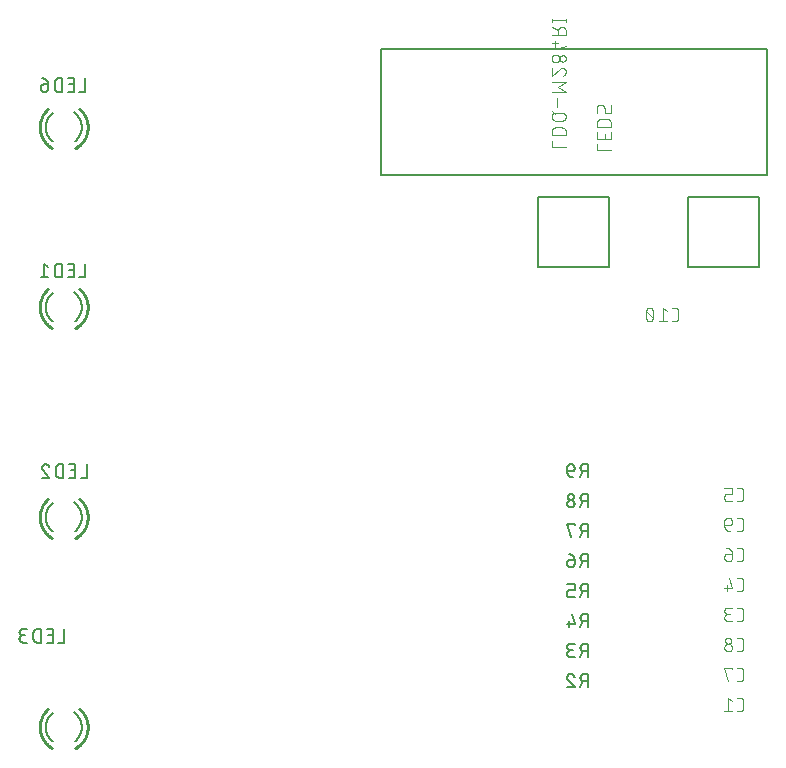
<source format=gbr>
G04 EAGLE Gerber RS-274X export*
G75*
%MOMM*%
%FSLAX34Y34*%
%LPD*%
%INSilkscreen Bottom*%
%IPPOS*%
%AMOC8*
5,1,8,0,0,1.08239X$1,22.5*%
G01*
%ADD10C,0.127000*%
%ADD11C,0.101600*%
%ADD12C,0.152400*%
%ADD13C,0.254000*%
%ADD14C,0.076200*%


D10*
X710565Y287655D02*
X710565Y299085D01*
X707390Y299085D01*
X707279Y299083D01*
X707169Y299077D01*
X707058Y299068D01*
X706948Y299054D01*
X706839Y299037D01*
X706730Y299016D01*
X706622Y298991D01*
X706515Y298962D01*
X706409Y298930D01*
X706304Y298894D01*
X706201Y298854D01*
X706099Y298811D01*
X705998Y298764D01*
X705899Y298713D01*
X705803Y298660D01*
X705708Y298603D01*
X705615Y298542D01*
X705524Y298479D01*
X705435Y298412D01*
X705349Y298342D01*
X705266Y298269D01*
X705184Y298194D01*
X705106Y298116D01*
X705031Y298034D01*
X704958Y297951D01*
X704888Y297865D01*
X704821Y297776D01*
X704758Y297685D01*
X704697Y297592D01*
X704640Y297498D01*
X704587Y297401D01*
X704536Y297302D01*
X704489Y297201D01*
X704446Y297099D01*
X704406Y296996D01*
X704370Y296891D01*
X704338Y296785D01*
X704309Y296678D01*
X704284Y296570D01*
X704263Y296461D01*
X704246Y296352D01*
X704232Y296242D01*
X704223Y296131D01*
X704217Y296021D01*
X704215Y295910D01*
X704217Y295799D01*
X704223Y295689D01*
X704232Y295578D01*
X704246Y295468D01*
X704263Y295359D01*
X704284Y295250D01*
X704309Y295142D01*
X704338Y295035D01*
X704370Y294929D01*
X704406Y294824D01*
X704446Y294721D01*
X704489Y294619D01*
X704536Y294518D01*
X704587Y294419D01*
X704640Y294323D01*
X704697Y294228D01*
X704758Y294135D01*
X704821Y294044D01*
X704888Y293955D01*
X704958Y293869D01*
X705031Y293786D01*
X705106Y293704D01*
X705184Y293626D01*
X705266Y293551D01*
X705349Y293478D01*
X705435Y293408D01*
X705524Y293341D01*
X705615Y293278D01*
X705708Y293217D01*
X705803Y293160D01*
X705899Y293107D01*
X705998Y293056D01*
X706099Y293009D01*
X706201Y292966D01*
X706304Y292926D01*
X706409Y292890D01*
X706515Y292858D01*
X706622Y292829D01*
X706730Y292804D01*
X706839Y292783D01*
X706948Y292766D01*
X707058Y292752D01*
X707169Y292743D01*
X707279Y292737D01*
X707390Y292735D01*
X710565Y292735D01*
X706755Y292735D02*
X704215Y287655D01*
X699218Y297815D02*
X699218Y299085D01*
X692868Y299085D01*
X696043Y287655D01*
X710565Y197485D02*
X710565Y186055D01*
X710565Y197485D02*
X707390Y197485D01*
X707279Y197483D01*
X707169Y197477D01*
X707058Y197468D01*
X706948Y197454D01*
X706839Y197437D01*
X706730Y197416D01*
X706622Y197391D01*
X706515Y197362D01*
X706409Y197330D01*
X706304Y197294D01*
X706201Y197254D01*
X706099Y197211D01*
X705998Y197164D01*
X705899Y197113D01*
X705803Y197060D01*
X705708Y197003D01*
X705615Y196942D01*
X705524Y196879D01*
X705435Y196812D01*
X705349Y196742D01*
X705266Y196669D01*
X705184Y196594D01*
X705106Y196516D01*
X705031Y196434D01*
X704958Y196351D01*
X704888Y196265D01*
X704821Y196176D01*
X704758Y196085D01*
X704697Y195992D01*
X704640Y195898D01*
X704587Y195801D01*
X704536Y195702D01*
X704489Y195601D01*
X704446Y195499D01*
X704406Y195396D01*
X704370Y195291D01*
X704338Y195185D01*
X704309Y195078D01*
X704284Y194970D01*
X704263Y194861D01*
X704246Y194752D01*
X704232Y194642D01*
X704223Y194531D01*
X704217Y194421D01*
X704215Y194310D01*
X704217Y194199D01*
X704223Y194089D01*
X704232Y193978D01*
X704246Y193868D01*
X704263Y193759D01*
X704284Y193650D01*
X704309Y193542D01*
X704338Y193435D01*
X704370Y193329D01*
X704406Y193224D01*
X704446Y193121D01*
X704489Y193019D01*
X704536Y192918D01*
X704587Y192819D01*
X704640Y192723D01*
X704697Y192628D01*
X704758Y192535D01*
X704821Y192444D01*
X704888Y192355D01*
X704958Y192269D01*
X705031Y192186D01*
X705106Y192104D01*
X705184Y192026D01*
X705266Y191951D01*
X705349Y191878D01*
X705435Y191808D01*
X705524Y191741D01*
X705615Y191678D01*
X705708Y191617D01*
X705803Y191560D01*
X705899Y191507D01*
X705998Y191456D01*
X706099Y191409D01*
X706201Y191366D01*
X706304Y191326D01*
X706409Y191290D01*
X706515Y191258D01*
X706622Y191229D01*
X706730Y191204D01*
X706839Y191183D01*
X706948Y191166D01*
X707058Y191152D01*
X707169Y191143D01*
X707279Y191137D01*
X707390Y191135D01*
X710565Y191135D01*
X706755Y191135D02*
X704215Y186055D01*
X699218Y186055D02*
X696043Y186055D01*
X695932Y186057D01*
X695822Y186063D01*
X695711Y186072D01*
X695601Y186086D01*
X695492Y186103D01*
X695383Y186124D01*
X695275Y186149D01*
X695168Y186178D01*
X695062Y186210D01*
X694957Y186246D01*
X694854Y186286D01*
X694752Y186329D01*
X694651Y186376D01*
X694552Y186427D01*
X694456Y186480D01*
X694361Y186537D01*
X694268Y186598D01*
X694177Y186661D01*
X694088Y186728D01*
X694002Y186798D01*
X693919Y186871D01*
X693837Y186946D01*
X693759Y187024D01*
X693684Y187106D01*
X693611Y187189D01*
X693541Y187275D01*
X693474Y187364D01*
X693411Y187455D01*
X693350Y187548D01*
X693293Y187643D01*
X693240Y187739D01*
X693189Y187838D01*
X693142Y187939D01*
X693099Y188041D01*
X693059Y188144D01*
X693023Y188249D01*
X692991Y188355D01*
X692962Y188462D01*
X692937Y188570D01*
X692916Y188679D01*
X692899Y188788D01*
X692885Y188898D01*
X692876Y189009D01*
X692870Y189119D01*
X692868Y189230D01*
X692870Y189341D01*
X692876Y189451D01*
X692885Y189562D01*
X692899Y189672D01*
X692916Y189781D01*
X692937Y189890D01*
X692962Y189998D01*
X692991Y190105D01*
X693023Y190211D01*
X693059Y190316D01*
X693099Y190419D01*
X693142Y190521D01*
X693189Y190622D01*
X693240Y190721D01*
X693293Y190818D01*
X693350Y190912D01*
X693411Y191005D01*
X693474Y191096D01*
X693541Y191185D01*
X693611Y191271D01*
X693684Y191354D01*
X693759Y191436D01*
X693837Y191514D01*
X693919Y191589D01*
X694002Y191662D01*
X694088Y191732D01*
X694177Y191799D01*
X694268Y191862D01*
X694361Y191923D01*
X694456Y191980D01*
X694552Y192033D01*
X694651Y192084D01*
X694752Y192131D01*
X694854Y192174D01*
X694957Y192214D01*
X695062Y192250D01*
X695168Y192282D01*
X695275Y192311D01*
X695383Y192336D01*
X695492Y192357D01*
X695601Y192374D01*
X695711Y192388D01*
X695822Y192397D01*
X695932Y192403D01*
X696043Y192405D01*
X695408Y197485D02*
X699218Y197485D01*
X695408Y197485D02*
X695308Y197483D01*
X695209Y197477D01*
X695109Y197467D01*
X695011Y197454D01*
X694912Y197436D01*
X694815Y197415D01*
X694719Y197390D01*
X694623Y197361D01*
X694529Y197328D01*
X694436Y197292D01*
X694345Y197252D01*
X694255Y197208D01*
X694167Y197161D01*
X694081Y197111D01*
X693997Y197057D01*
X693915Y197000D01*
X693836Y196940D01*
X693758Y196876D01*
X693684Y196810D01*
X693612Y196741D01*
X693543Y196669D01*
X693477Y196595D01*
X693413Y196517D01*
X693353Y196438D01*
X693296Y196356D01*
X693242Y196272D01*
X693192Y196186D01*
X693145Y196098D01*
X693101Y196008D01*
X693061Y195917D01*
X693025Y195824D01*
X692992Y195730D01*
X692963Y195634D01*
X692938Y195538D01*
X692917Y195441D01*
X692899Y195342D01*
X692886Y195244D01*
X692876Y195144D01*
X692870Y195045D01*
X692868Y194945D01*
X692870Y194845D01*
X692876Y194746D01*
X692886Y194646D01*
X692899Y194548D01*
X692917Y194449D01*
X692938Y194352D01*
X692963Y194256D01*
X692992Y194160D01*
X693025Y194066D01*
X693061Y193973D01*
X693101Y193882D01*
X693145Y193792D01*
X693192Y193704D01*
X693242Y193618D01*
X693296Y193534D01*
X693353Y193452D01*
X693413Y193373D01*
X693477Y193295D01*
X693543Y193221D01*
X693612Y193149D01*
X693684Y193080D01*
X693758Y193014D01*
X693836Y192950D01*
X693915Y192890D01*
X693997Y192833D01*
X694081Y192779D01*
X694167Y192729D01*
X694255Y192682D01*
X694345Y192638D01*
X694436Y192598D01*
X694529Y192562D01*
X694623Y192529D01*
X694719Y192500D01*
X694815Y192475D01*
X694912Y192454D01*
X695011Y192436D01*
X695109Y192423D01*
X695209Y192413D01*
X695308Y192407D01*
X695408Y192405D01*
X697948Y192405D01*
X710565Y313055D02*
X710565Y324485D01*
X707390Y324485D01*
X707279Y324483D01*
X707169Y324477D01*
X707058Y324468D01*
X706948Y324454D01*
X706839Y324437D01*
X706730Y324416D01*
X706622Y324391D01*
X706515Y324362D01*
X706409Y324330D01*
X706304Y324294D01*
X706201Y324254D01*
X706099Y324211D01*
X705998Y324164D01*
X705899Y324113D01*
X705803Y324060D01*
X705708Y324003D01*
X705615Y323942D01*
X705524Y323879D01*
X705435Y323812D01*
X705349Y323742D01*
X705266Y323669D01*
X705184Y323594D01*
X705106Y323516D01*
X705031Y323434D01*
X704958Y323351D01*
X704888Y323265D01*
X704821Y323176D01*
X704758Y323085D01*
X704697Y322992D01*
X704640Y322898D01*
X704587Y322801D01*
X704536Y322702D01*
X704489Y322601D01*
X704446Y322499D01*
X704406Y322396D01*
X704370Y322291D01*
X704338Y322185D01*
X704309Y322078D01*
X704284Y321970D01*
X704263Y321861D01*
X704246Y321752D01*
X704232Y321642D01*
X704223Y321531D01*
X704217Y321421D01*
X704215Y321310D01*
X704217Y321199D01*
X704223Y321089D01*
X704232Y320978D01*
X704246Y320868D01*
X704263Y320759D01*
X704284Y320650D01*
X704309Y320542D01*
X704338Y320435D01*
X704370Y320329D01*
X704406Y320224D01*
X704446Y320121D01*
X704489Y320019D01*
X704536Y319918D01*
X704587Y319819D01*
X704640Y319723D01*
X704697Y319628D01*
X704758Y319535D01*
X704821Y319444D01*
X704888Y319355D01*
X704958Y319269D01*
X705031Y319186D01*
X705106Y319104D01*
X705184Y319026D01*
X705266Y318951D01*
X705349Y318878D01*
X705435Y318808D01*
X705524Y318741D01*
X705615Y318678D01*
X705708Y318617D01*
X705803Y318560D01*
X705899Y318507D01*
X705998Y318456D01*
X706099Y318409D01*
X706201Y318366D01*
X706304Y318326D01*
X706409Y318290D01*
X706515Y318258D01*
X706622Y318229D01*
X706730Y318204D01*
X706839Y318183D01*
X706948Y318166D01*
X707058Y318152D01*
X707169Y318143D01*
X707279Y318137D01*
X707390Y318135D01*
X710565Y318135D01*
X706755Y318135D02*
X704215Y313055D01*
X699218Y316230D02*
X699216Y316341D01*
X699210Y316451D01*
X699201Y316562D01*
X699187Y316672D01*
X699170Y316781D01*
X699149Y316890D01*
X699124Y316998D01*
X699095Y317105D01*
X699063Y317211D01*
X699027Y317316D01*
X698987Y317419D01*
X698944Y317521D01*
X698897Y317622D01*
X698846Y317721D01*
X698793Y317818D01*
X698736Y317912D01*
X698675Y318005D01*
X698612Y318096D01*
X698545Y318185D01*
X698475Y318271D01*
X698402Y318354D01*
X698327Y318436D01*
X698249Y318514D01*
X698167Y318589D01*
X698084Y318662D01*
X697998Y318732D01*
X697909Y318799D01*
X697818Y318862D01*
X697725Y318923D01*
X697631Y318980D01*
X697534Y319033D01*
X697435Y319084D01*
X697334Y319131D01*
X697232Y319174D01*
X697129Y319214D01*
X697024Y319250D01*
X696918Y319282D01*
X696811Y319311D01*
X696703Y319336D01*
X696594Y319357D01*
X696485Y319374D01*
X696375Y319388D01*
X696264Y319397D01*
X696154Y319403D01*
X696043Y319405D01*
X695932Y319403D01*
X695822Y319397D01*
X695711Y319388D01*
X695601Y319374D01*
X695492Y319357D01*
X695383Y319336D01*
X695275Y319311D01*
X695168Y319282D01*
X695062Y319250D01*
X694957Y319214D01*
X694854Y319174D01*
X694752Y319131D01*
X694651Y319084D01*
X694552Y319033D01*
X694456Y318980D01*
X694361Y318923D01*
X694268Y318862D01*
X694177Y318799D01*
X694088Y318732D01*
X694002Y318662D01*
X693919Y318589D01*
X693837Y318514D01*
X693759Y318436D01*
X693684Y318354D01*
X693611Y318271D01*
X693541Y318185D01*
X693474Y318096D01*
X693411Y318005D01*
X693350Y317912D01*
X693293Y317818D01*
X693240Y317721D01*
X693189Y317622D01*
X693142Y317521D01*
X693099Y317419D01*
X693059Y317316D01*
X693023Y317211D01*
X692991Y317105D01*
X692962Y316998D01*
X692937Y316890D01*
X692916Y316781D01*
X692899Y316672D01*
X692885Y316562D01*
X692876Y316451D01*
X692870Y316341D01*
X692868Y316230D01*
X692870Y316119D01*
X692876Y316009D01*
X692885Y315898D01*
X692899Y315788D01*
X692916Y315679D01*
X692937Y315570D01*
X692962Y315462D01*
X692991Y315355D01*
X693023Y315249D01*
X693059Y315144D01*
X693099Y315041D01*
X693142Y314939D01*
X693189Y314838D01*
X693240Y314739D01*
X693293Y314643D01*
X693350Y314548D01*
X693411Y314455D01*
X693474Y314364D01*
X693541Y314275D01*
X693611Y314189D01*
X693684Y314106D01*
X693759Y314024D01*
X693837Y313946D01*
X693919Y313871D01*
X694002Y313798D01*
X694088Y313728D01*
X694177Y313661D01*
X694268Y313598D01*
X694361Y313537D01*
X694456Y313480D01*
X694552Y313427D01*
X694651Y313376D01*
X694752Y313329D01*
X694854Y313286D01*
X694957Y313246D01*
X695062Y313210D01*
X695168Y313178D01*
X695275Y313149D01*
X695383Y313124D01*
X695492Y313103D01*
X695601Y313086D01*
X695711Y313072D01*
X695822Y313063D01*
X695932Y313057D01*
X696043Y313055D01*
X696154Y313057D01*
X696264Y313063D01*
X696375Y313072D01*
X696485Y313086D01*
X696594Y313103D01*
X696703Y313124D01*
X696811Y313149D01*
X696918Y313178D01*
X697024Y313210D01*
X697129Y313246D01*
X697232Y313286D01*
X697334Y313329D01*
X697435Y313376D01*
X697534Y313427D01*
X697631Y313480D01*
X697725Y313537D01*
X697818Y313598D01*
X697909Y313661D01*
X697998Y313728D01*
X698084Y313798D01*
X698167Y313871D01*
X698249Y313946D01*
X698327Y314024D01*
X698402Y314106D01*
X698475Y314189D01*
X698545Y314275D01*
X698612Y314364D01*
X698675Y314455D01*
X698736Y314548D01*
X698793Y314642D01*
X698846Y314739D01*
X698897Y314838D01*
X698944Y314939D01*
X698987Y315041D01*
X699027Y315144D01*
X699063Y315249D01*
X699095Y315355D01*
X699124Y315462D01*
X699149Y315570D01*
X699170Y315679D01*
X699187Y315788D01*
X699201Y315898D01*
X699210Y316009D01*
X699216Y316119D01*
X699218Y316230D01*
X698583Y321945D02*
X698581Y322045D01*
X698575Y322144D01*
X698565Y322244D01*
X698552Y322342D01*
X698534Y322441D01*
X698513Y322538D01*
X698488Y322634D01*
X698459Y322730D01*
X698426Y322824D01*
X698390Y322917D01*
X698350Y323008D01*
X698306Y323098D01*
X698259Y323186D01*
X698209Y323272D01*
X698155Y323356D01*
X698098Y323438D01*
X698038Y323517D01*
X697974Y323595D01*
X697908Y323669D01*
X697839Y323741D01*
X697767Y323810D01*
X697693Y323876D01*
X697615Y323940D01*
X697536Y324000D01*
X697454Y324057D01*
X697370Y324111D01*
X697284Y324161D01*
X697196Y324208D01*
X697106Y324252D01*
X697015Y324292D01*
X696922Y324328D01*
X696828Y324361D01*
X696732Y324390D01*
X696636Y324415D01*
X696539Y324436D01*
X696440Y324454D01*
X696342Y324467D01*
X696242Y324477D01*
X696143Y324483D01*
X696043Y324485D01*
X695943Y324483D01*
X695844Y324477D01*
X695744Y324467D01*
X695646Y324454D01*
X695547Y324436D01*
X695450Y324415D01*
X695354Y324390D01*
X695258Y324361D01*
X695164Y324328D01*
X695071Y324292D01*
X694980Y324252D01*
X694890Y324208D01*
X694802Y324161D01*
X694716Y324111D01*
X694632Y324057D01*
X694550Y324000D01*
X694471Y323940D01*
X694393Y323876D01*
X694319Y323810D01*
X694247Y323741D01*
X694178Y323669D01*
X694112Y323595D01*
X694048Y323517D01*
X693988Y323438D01*
X693931Y323356D01*
X693877Y323272D01*
X693827Y323186D01*
X693780Y323098D01*
X693736Y323008D01*
X693696Y322917D01*
X693660Y322824D01*
X693627Y322730D01*
X693598Y322634D01*
X693573Y322538D01*
X693552Y322441D01*
X693534Y322342D01*
X693521Y322244D01*
X693511Y322144D01*
X693505Y322045D01*
X693503Y321945D01*
X693505Y321845D01*
X693511Y321746D01*
X693521Y321646D01*
X693534Y321548D01*
X693552Y321449D01*
X693573Y321352D01*
X693598Y321256D01*
X693627Y321160D01*
X693660Y321066D01*
X693696Y320973D01*
X693736Y320882D01*
X693780Y320792D01*
X693827Y320704D01*
X693877Y320618D01*
X693931Y320534D01*
X693988Y320452D01*
X694048Y320373D01*
X694112Y320295D01*
X694178Y320221D01*
X694247Y320149D01*
X694319Y320080D01*
X694393Y320014D01*
X694471Y319950D01*
X694550Y319890D01*
X694632Y319833D01*
X694716Y319779D01*
X694802Y319729D01*
X694890Y319682D01*
X694980Y319638D01*
X695071Y319598D01*
X695164Y319562D01*
X695258Y319529D01*
X695354Y319500D01*
X695450Y319475D01*
X695547Y319454D01*
X695646Y319436D01*
X695744Y319423D01*
X695844Y319413D01*
X695943Y319407D01*
X696043Y319405D01*
X696143Y319407D01*
X696242Y319413D01*
X696342Y319423D01*
X696440Y319436D01*
X696539Y319454D01*
X696636Y319475D01*
X696732Y319500D01*
X696828Y319529D01*
X696922Y319562D01*
X697015Y319598D01*
X697106Y319638D01*
X697196Y319682D01*
X697284Y319729D01*
X697370Y319779D01*
X697454Y319833D01*
X697536Y319890D01*
X697615Y319950D01*
X697693Y320014D01*
X697767Y320080D01*
X697839Y320149D01*
X697908Y320221D01*
X697974Y320295D01*
X698038Y320373D01*
X698098Y320452D01*
X698155Y320534D01*
X698209Y320618D01*
X698259Y320704D01*
X698306Y320792D01*
X698350Y320882D01*
X698390Y320973D01*
X698426Y321066D01*
X698459Y321160D01*
X698488Y321256D01*
X698513Y321352D01*
X698534Y321449D01*
X698552Y321548D01*
X698565Y321646D01*
X698575Y321746D01*
X698581Y321845D01*
X698583Y321945D01*
X710565Y222885D02*
X710565Y211455D01*
X710565Y222885D02*
X707390Y222885D01*
X707279Y222883D01*
X707169Y222877D01*
X707058Y222868D01*
X706948Y222854D01*
X706839Y222837D01*
X706730Y222816D01*
X706622Y222791D01*
X706515Y222762D01*
X706409Y222730D01*
X706304Y222694D01*
X706201Y222654D01*
X706099Y222611D01*
X705998Y222564D01*
X705899Y222513D01*
X705803Y222460D01*
X705708Y222403D01*
X705615Y222342D01*
X705524Y222279D01*
X705435Y222212D01*
X705349Y222142D01*
X705266Y222069D01*
X705184Y221994D01*
X705106Y221916D01*
X705031Y221834D01*
X704958Y221751D01*
X704888Y221665D01*
X704821Y221576D01*
X704758Y221485D01*
X704697Y221392D01*
X704640Y221298D01*
X704587Y221201D01*
X704536Y221102D01*
X704489Y221001D01*
X704446Y220899D01*
X704406Y220796D01*
X704370Y220691D01*
X704338Y220585D01*
X704309Y220478D01*
X704284Y220370D01*
X704263Y220261D01*
X704246Y220152D01*
X704232Y220042D01*
X704223Y219931D01*
X704217Y219821D01*
X704215Y219710D01*
X704217Y219599D01*
X704223Y219489D01*
X704232Y219378D01*
X704246Y219268D01*
X704263Y219159D01*
X704284Y219050D01*
X704309Y218942D01*
X704338Y218835D01*
X704370Y218729D01*
X704406Y218624D01*
X704446Y218521D01*
X704489Y218419D01*
X704536Y218318D01*
X704587Y218219D01*
X704640Y218123D01*
X704697Y218028D01*
X704758Y217935D01*
X704821Y217844D01*
X704888Y217755D01*
X704958Y217669D01*
X705031Y217586D01*
X705106Y217504D01*
X705184Y217426D01*
X705266Y217351D01*
X705349Y217278D01*
X705435Y217208D01*
X705524Y217141D01*
X705615Y217078D01*
X705708Y217017D01*
X705803Y216960D01*
X705899Y216907D01*
X705998Y216856D01*
X706099Y216809D01*
X706201Y216766D01*
X706304Y216726D01*
X706409Y216690D01*
X706515Y216658D01*
X706622Y216629D01*
X706730Y216604D01*
X706839Y216583D01*
X706948Y216566D01*
X707058Y216552D01*
X707169Y216543D01*
X707279Y216537D01*
X707390Y216535D01*
X710565Y216535D01*
X706755Y216535D02*
X704215Y211455D01*
X699218Y213995D02*
X696678Y222885D01*
X699218Y213995D02*
X692868Y213995D01*
X694773Y216535D02*
X694773Y211455D01*
X710565Y172085D02*
X710565Y160655D01*
X710565Y172085D02*
X707390Y172085D01*
X707279Y172083D01*
X707169Y172077D01*
X707058Y172068D01*
X706948Y172054D01*
X706839Y172037D01*
X706730Y172016D01*
X706622Y171991D01*
X706515Y171962D01*
X706409Y171930D01*
X706304Y171894D01*
X706201Y171854D01*
X706099Y171811D01*
X705998Y171764D01*
X705899Y171713D01*
X705803Y171660D01*
X705708Y171603D01*
X705615Y171542D01*
X705524Y171479D01*
X705435Y171412D01*
X705349Y171342D01*
X705266Y171269D01*
X705184Y171194D01*
X705106Y171116D01*
X705031Y171034D01*
X704958Y170951D01*
X704888Y170865D01*
X704821Y170776D01*
X704758Y170685D01*
X704697Y170592D01*
X704640Y170498D01*
X704587Y170401D01*
X704536Y170302D01*
X704489Y170201D01*
X704446Y170099D01*
X704406Y169996D01*
X704370Y169891D01*
X704338Y169785D01*
X704309Y169678D01*
X704284Y169570D01*
X704263Y169461D01*
X704246Y169352D01*
X704232Y169242D01*
X704223Y169131D01*
X704217Y169021D01*
X704215Y168910D01*
X704217Y168799D01*
X704223Y168689D01*
X704232Y168578D01*
X704246Y168468D01*
X704263Y168359D01*
X704284Y168250D01*
X704309Y168142D01*
X704338Y168035D01*
X704370Y167929D01*
X704406Y167824D01*
X704446Y167721D01*
X704489Y167619D01*
X704536Y167518D01*
X704587Y167419D01*
X704640Y167323D01*
X704697Y167228D01*
X704758Y167135D01*
X704821Y167044D01*
X704888Y166955D01*
X704958Y166869D01*
X705031Y166786D01*
X705106Y166704D01*
X705184Y166626D01*
X705266Y166551D01*
X705349Y166478D01*
X705435Y166408D01*
X705524Y166341D01*
X705615Y166278D01*
X705708Y166217D01*
X705803Y166160D01*
X705899Y166107D01*
X705998Y166056D01*
X706099Y166009D01*
X706201Y165966D01*
X706304Y165926D01*
X706409Y165890D01*
X706515Y165858D01*
X706622Y165829D01*
X706730Y165804D01*
X706839Y165783D01*
X706948Y165766D01*
X707058Y165752D01*
X707169Y165743D01*
X707279Y165737D01*
X707390Y165735D01*
X710565Y165735D01*
X706755Y165735D02*
X704215Y160655D01*
X692867Y169228D02*
X692869Y169332D01*
X692875Y169437D01*
X692884Y169541D01*
X692897Y169644D01*
X692915Y169747D01*
X692935Y169849D01*
X692960Y169951D01*
X692988Y170051D01*
X693020Y170151D01*
X693056Y170249D01*
X693095Y170346D01*
X693137Y170441D01*
X693183Y170535D01*
X693233Y170627D01*
X693285Y170717D01*
X693341Y170805D01*
X693401Y170891D01*
X693463Y170975D01*
X693528Y171056D01*
X693596Y171135D01*
X693668Y171212D01*
X693741Y171285D01*
X693818Y171357D01*
X693897Y171425D01*
X693978Y171490D01*
X694062Y171552D01*
X694148Y171612D01*
X694236Y171668D01*
X694326Y171720D01*
X694418Y171770D01*
X694512Y171816D01*
X694607Y171858D01*
X694704Y171897D01*
X694802Y171933D01*
X694902Y171965D01*
X695002Y171993D01*
X695104Y172018D01*
X695206Y172038D01*
X695309Y172056D01*
X695412Y172069D01*
X695516Y172078D01*
X695621Y172084D01*
X695725Y172086D01*
X695725Y172085D02*
X695843Y172083D01*
X695962Y172077D01*
X696080Y172068D01*
X696197Y172055D01*
X696314Y172037D01*
X696431Y172017D01*
X696547Y171992D01*
X696662Y171964D01*
X696775Y171931D01*
X696888Y171896D01*
X697000Y171856D01*
X697110Y171814D01*
X697219Y171767D01*
X697327Y171717D01*
X697432Y171664D01*
X697536Y171607D01*
X697638Y171547D01*
X697738Y171484D01*
X697836Y171417D01*
X697932Y171348D01*
X698025Y171275D01*
X698116Y171199D01*
X698205Y171121D01*
X698291Y171039D01*
X698374Y170955D01*
X698455Y170869D01*
X698532Y170779D01*
X698607Y170688D01*
X698679Y170594D01*
X698748Y170497D01*
X698813Y170399D01*
X698876Y170298D01*
X698935Y170195D01*
X698991Y170091D01*
X699043Y169985D01*
X699092Y169877D01*
X699137Y169768D01*
X699179Y169657D01*
X699217Y169545D01*
X693820Y167006D02*
X693744Y167081D01*
X693669Y167160D01*
X693598Y167241D01*
X693529Y167325D01*
X693464Y167411D01*
X693402Y167499D01*
X693342Y167589D01*
X693286Y167681D01*
X693233Y167776D01*
X693184Y167872D01*
X693138Y167970D01*
X693095Y168069D01*
X693056Y168170D01*
X693021Y168272D01*
X692989Y168375D01*
X692961Y168479D01*
X692936Y168584D01*
X692915Y168691D01*
X692898Y168797D01*
X692885Y168904D01*
X692876Y169012D01*
X692870Y169120D01*
X692868Y169228D01*
X693820Y167005D02*
X699218Y160655D01*
X692868Y160655D01*
X710565Y262255D02*
X710565Y273685D01*
X707390Y273685D01*
X707279Y273683D01*
X707169Y273677D01*
X707058Y273668D01*
X706948Y273654D01*
X706839Y273637D01*
X706730Y273616D01*
X706622Y273591D01*
X706515Y273562D01*
X706409Y273530D01*
X706304Y273494D01*
X706201Y273454D01*
X706099Y273411D01*
X705998Y273364D01*
X705899Y273313D01*
X705803Y273260D01*
X705708Y273203D01*
X705615Y273142D01*
X705524Y273079D01*
X705435Y273012D01*
X705349Y272942D01*
X705266Y272869D01*
X705184Y272794D01*
X705106Y272716D01*
X705031Y272634D01*
X704958Y272551D01*
X704888Y272465D01*
X704821Y272376D01*
X704758Y272285D01*
X704697Y272192D01*
X704640Y272098D01*
X704587Y272001D01*
X704536Y271902D01*
X704489Y271801D01*
X704446Y271699D01*
X704406Y271596D01*
X704370Y271491D01*
X704338Y271385D01*
X704309Y271278D01*
X704284Y271170D01*
X704263Y271061D01*
X704246Y270952D01*
X704232Y270842D01*
X704223Y270731D01*
X704217Y270621D01*
X704215Y270510D01*
X704217Y270399D01*
X704223Y270289D01*
X704232Y270178D01*
X704246Y270068D01*
X704263Y269959D01*
X704284Y269850D01*
X704309Y269742D01*
X704338Y269635D01*
X704370Y269529D01*
X704406Y269424D01*
X704446Y269321D01*
X704489Y269219D01*
X704536Y269118D01*
X704587Y269019D01*
X704640Y268923D01*
X704697Y268828D01*
X704758Y268735D01*
X704821Y268644D01*
X704888Y268555D01*
X704958Y268469D01*
X705031Y268386D01*
X705106Y268304D01*
X705184Y268226D01*
X705266Y268151D01*
X705349Y268078D01*
X705435Y268008D01*
X705524Y267941D01*
X705615Y267878D01*
X705708Y267817D01*
X705803Y267760D01*
X705899Y267707D01*
X705998Y267656D01*
X706099Y267609D01*
X706201Y267566D01*
X706304Y267526D01*
X706409Y267490D01*
X706515Y267458D01*
X706622Y267429D01*
X706730Y267404D01*
X706839Y267383D01*
X706948Y267366D01*
X707058Y267352D01*
X707169Y267343D01*
X707279Y267337D01*
X707390Y267335D01*
X710565Y267335D01*
X706755Y267335D02*
X704215Y262255D01*
X699218Y268605D02*
X695408Y268605D01*
X695308Y268603D01*
X695209Y268597D01*
X695109Y268587D01*
X695011Y268574D01*
X694912Y268556D01*
X694815Y268535D01*
X694719Y268510D01*
X694623Y268481D01*
X694529Y268448D01*
X694436Y268412D01*
X694345Y268372D01*
X694255Y268328D01*
X694167Y268281D01*
X694081Y268231D01*
X693997Y268177D01*
X693915Y268120D01*
X693836Y268060D01*
X693758Y267996D01*
X693684Y267930D01*
X693612Y267861D01*
X693543Y267789D01*
X693477Y267715D01*
X693413Y267637D01*
X693353Y267558D01*
X693296Y267476D01*
X693242Y267392D01*
X693192Y267306D01*
X693145Y267218D01*
X693101Y267128D01*
X693061Y267037D01*
X693025Y266944D01*
X692992Y266850D01*
X692963Y266754D01*
X692938Y266658D01*
X692917Y266561D01*
X692899Y266462D01*
X692886Y266364D01*
X692876Y266264D01*
X692870Y266165D01*
X692868Y266065D01*
X692868Y265430D01*
X692870Y265319D01*
X692876Y265209D01*
X692885Y265098D01*
X692899Y264988D01*
X692916Y264879D01*
X692937Y264770D01*
X692962Y264662D01*
X692991Y264555D01*
X693023Y264449D01*
X693059Y264344D01*
X693099Y264241D01*
X693142Y264139D01*
X693189Y264038D01*
X693240Y263939D01*
X693293Y263843D01*
X693350Y263748D01*
X693411Y263655D01*
X693474Y263564D01*
X693541Y263475D01*
X693611Y263389D01*
X693684Y263306D01*
X693759Y263224D01*
X693837Y263146D01*
X693919Y263071D01*
X694002Y262998D01*
X694088Y262928D01*
X694177Y262861D01*
X694268Y262798D01*
X694361Y262737D01*
X694456Y262680D01*
X694552Y262627D01*
X694651Y262576D01*
X694752Y262529D01*
X694854Y262486D01*
X694957Y262446D01*
X695062Y262410D01*
X695168Y262378D01*
X695275Y262349D01*
X695383Y262324D01*
X695492Y262303D01*
X695601Y262286D01*
X695711Y262272D01*
X695822Y262263D01*
X695932Y262257D01*
X696043Y262255D01*
X696154Y262257D01*
X696264Y262263D01*
X696375Y262272D01*
X696485Y262286D01*
X696594Y262303D01*
X696703Y262324D01*
X696811Y262349D01*
X696918Y262378D01*
X697024Y262410D01*
X697129Y262446D01*
X697232Y262486D01*
X697334Y262529D01*
X697435Y262576D01*
X697534Y262627D01*
X697631Y262680D01*
X697725Y262737D01*
X697818Y262798D01*
X697909Y262861D01*
X697998Y262928D01*
X698084Y262998D01*
X698167Y263071D01*
X698249Y263146D01*
X698327Y263224D01*
X698402Y263306D01*
X698475Y263389D01*
X698545Y263475D01*
X698612Y263564D01*
X698675Y263655D01*
X698736Y263748D01*
X698793Y263842D01*
X698846Y263939D01*
X698897Y264038D01*
X698944Y264139D01*
X698987Y264241D01*
X699027Y264344D01*
X699063Y264449D01*
X699095Y264555D01*
X699124Y264662D01*
X699149Y264770D01*
X699170Y264879D01*
X699187Y264988D01*
X699201Y265098D01*
X699210Y265209D01*
X699216Y265319D01*
X699218Y265430D01*
X699218Y268605D01*
X699216Y268745D01*
X699210Y268885D01*
X699201Y269025D01*
X699187Y269164D01*
X699170Y269303D01*
X699149Y269441D01*
X699124Y269579D01*
X699095Y269716D01*
X699063Y269852D01*
X699026Y269987D01*
X698986Y270121D01*
X698943Y270254D01*
X698895Y270386D01*
X698845Y270517D01*
X698790Y270646D01*
X698732Y270773D01*
X698671Y270899D01*
X698606Y271023D01*
X698537Y271145D01*
X698466Y271265D01*
X698391Y271383D01*
X698313Y271500D01*
X698231Y271614D01*
X698147Y271725D01*
X698059Y271834D01*
X697969Y271941D01*
X697875Y272046D01*
X697779Y272147D01*
X697680Y272246D01*
X697579Y272342D01*
X697474Y272436D01*
X697367Y272526D01*
X697258Y272614D01*
X697147Y272698D01*
X697033Y272780D01*
X696916Y272858D01*
X696798Y272933D01*
X696678Y273004D01*
X696556Y273073D01*
X696432Y273138D01*
X696306Y273199D01*
X696179Y273257D01*
X696050Y273312D01*
X695919Y273362D01*
X695787Y273410D01*
X695654Y273453D01*
X695520Y273493D01*
X695385Y273530D01*
X695249Y273562D01*
X695112Y273591D01*
X694974Y273616D01*
X694836Y273637D01*
X694697Y273654D01*
X694558Y273668D01*
X694418Y273677D01*
X694278Y273683D01*
X694138Y273685D01*
X710565Y248285D02*
X710565Y236855D01*
X710565Y248285D02*
X707390Y248285D01*
X707279Y248283D01*
X707169Y248277D01*
X707058Y248268D01*
X706948Y248254D01*
X706839Y248237D01*
X706730Y248216D01*
X706622Y248191D01*
X706515Y248162D01*
X706409Y248130D01*
X706304Y248094D01*
X706201Y248054D01*
X706099Y248011D01*
X705998Y247964D01*
X705899Y247913D01*
X705803Y247860D01*
X705708Y247803D01*
X705615Y247742D01*
X705524Y247679D01*
X705435Y247612D01*
X705349Y247542D01*
X705266Y247469D01*
X705184Y247394D01*
X705106Y247316D01*
X705031Y247234D01*
X704958Y247151D01*
X704888Y247065D01*
X704821Y246976D01*
X704758Y246885D01*
X704697Y246792D01*
X704640Y246698D01*
X704587Y246601D01*
X704536Y246502D01*
X704489Y246401D01*
X704446Y246299D01*
X704406Y246196D01*
X704370Y246091D01*
X704338Y245985D01*
X704309Y245878D01*
X704284Y245770D01*
X704263Y245661D01*
X704246Y245552D01*
X704232Y245442D01*
X704223Y245331D01*
X704217Y245221D01*
X704215Y245110D01*
X704217Y244999D01*
X704223Y244889D01*
X704232Y244778D01*
X704246Y244668D01*
X704263Y244559D01*
X704284Y244450D01*
X704309Y244342D01*
X704338Y244235D01*
X704370Y244129D01*
X704406Y244024D01*
X704446Y243921D01*
X704489Y243819D01*
X704536Y243718D01*
X704587Y243619D01*
X704640Y243523D01*
X704697Y243428D01*
X704758Y243335D01*
X704821Y243244D01*
X704888Y243155D01*
X704958Y243069D01*
X705031Y242986D01*
X705106Y242904D01*
X705184Y242826D01*
X705266Y242751D01*
X705349Y242678D01*
X705435Y242608D01*
X705524Y242541D01*
X705615Y242478D01*
X705708Y242417D01*
X705803Y242360D01*
X705899Y242307D01*
X705998Y242256D01*
X706099Y242209D01*
X706201Y242166D01*
X706304Y242126D01*
X706409Y242090D01*
X706515Y242058D01*
X706622Y242029D01*
X706730Y242004D01*
X706839Y241983D01*
X706948Y241966D01*
X707058Y241952D01*
X707169Y241943D01*
X707279Y241937D01*
X707390Y241935D01*
X710565Y241935D01*
X706755Y241935D02*
X704215Y236855D01*
X699218Y236855D02*
X695408Y236855D01*
X695308Y236857D01*
X695209Y236863D01*
X695109Y236873D01*
X695011Y236886D01*
X694912Y236904D01*
X694815Y236925D01*
X694719Y236950D01*
X694623Y236979D01*
X694529Y237012D01*
X694436Y237048D01*
X694345Y237088D01*
X694255Y237132D01*
X694167Y237179D01*
X694081Y237229D01*
X693997Y237283D01*
X693915Y237340D01*
X693836Y237400D01*
X693758Y237464D01*
X693684Y237530D01*
X693612Y237599D01*
X693543Y237671D01*
X693477Y237745D01*
X693413Y237823D01*
X693353Y237902D01*
X693296Y237984D01*
X693242Y238068D01*
X693192Y238154D01*
X693145Y238242D01*
X693101Y238332D01*
X693061Y238423D01*
X693025Y238516D01*
X692992Y238610D01*
X692963Y238706D01*
X692938Y238802D01*
X692917Y238899D01*
X692899Y238998D01*
X692886Y239096D01*
X692876Y239196D01*
X692870Y239295D01*
X692868Y239395D01*
X692868Y240665D01*
X692870Y240765D01*
X692876Y240864D01*
X692886Y240964D01*
X692899Y241062D01*
X692917Y241161D01*
X692938Y241258D01*
X692963Y241354D01*
X692992Y241450D01*
X693025Y241544D01*
X693061Y241637D01*
X693101Y241728D01*
X693145Y241818D01*
X693192Y241906D01*
X693242Y241992D01*
X693296Y242076D01*
X693353Y242158D01*
X693413Y242237D01*
X693477Y242315D01*
X693543Y242389D01*
X693612Y242461D01*
X693684Y242530D01*
X693758Y242596D01*
X693836Y242660D01*
X693915Y242720D01*
X693997Y242777D01*
X694081Y242831D01*
X694167Y242881D01*
X694255Y242928D01*
X694345Y242972D01*
X694436Y243012D01*
X694529Y243048D01*
X694623Y243081D01*
X694719Y243110D01*
X694815Y243135D01*
X694912Y243156D01*
X695011Y243174D01*
X695109Y243187D01*
X695209Y243197D01*
X695308Y243203D01*
X695408Y243205D01*
X699218Y243205D01*
X699218Y248285D01*
X692868Y248285D01*
X710565Y338455D02*
X710565Y349885D01*
X707390Y349885D01*
X707279Y349883D01*
X707169Y349877D01*
X707058Y349868D01*
X706948Y349854D01*
X706839Y349837D01*
X706730Y349816D01*
X706622Y349791D01*
X706515Y349762D01*
X706409Y349730D01*
X706304Y349694D01*
X706201Y349654D01*
X706099Y349611D01*
X705998Y349564D01*
X705899Y349513D01*
X705803Y349460D01*
X705708Y349403D01*
X705615Y349342D01*
X705524Y349279D01*
X705435Y349212D01*
X705349Y349142D01*
X705266Y349069D01*
X705184Y348994D01*
X705106Y348916D01*
X705031Y348834D01*
X704958Y348751D01*
X704888Y348665D01*
X704821Y348576D01*
X704758Y348485D01*
X704697Y348392D01*
X704640Y348298D01*
X704587Y348201D01*
X704536Y348102D01*
X704489Y348001D01*
X704446Y347899D01*
X704406Y347796D01*
X704370Y347691D01*
X704338Y347585D01*
X704309Y347478D01*
X704284Y347370D01*
X704263Y347261D01*
X704246Y347152D01*
X704232Y347042D01*
X704223Y346931D01*
X704217Y346821D01*
X704215Y346710D01*
X704217Y346599D01*
X704223Y346489D01*
X704232Y346378D01*
X704246Y346268D01*
X704263Y346159D01*
X704284Y346050D01*
X704309Y345942D01*
X704338Y345835D01*
X704370Y345729D01*
X704406Y345624D01*
X704446Y345521D01*
X704489Y345419D01*
X704536Y345318D01*
X704587Y345219D01*
X704640Y345123D01*
X704697Y345028D01*
X704758Y344935D01*
X704821Y344844D01*
X704888Y344755D01*
X704958Y344669D01*
X705031Y344586D01*
X705106Y344504D01*
X705184Y344426D01*
X705266Y344351D01*
X705349Y344278D01*
X705435Y344208D01*
X705524Y344141D01*
X705615Y344078D01*
X705708Y344017D01*
X705803Y343960D01*
X705899Y343907D01*
X705998Y343856D01*
X706099Y343809D01*
X706201Y343766D01*
X706304Y343726D01*
X706409Y343690D01*
X706515Y343658D01*
X706622Y343629D01*
X706730Y343604D01*
X706839Y343583D01*
X706948Y343566D01*
X707058Y343552D01*
X707169Y343543D01*
X707279Y343537D01*
X707390Y343535D01*
X710565Y343535D01*
X706755Y343535D02*
X704215Y338455D01*
X696678Y343535D02*
X692868Y343535D01*
X696678Y343535D02*
X696778Y343537D01*
X696877Y343543D01*
X696977Y343553D01*
X697075Y343566D01*
X697174Y343584D01*
X697271Y343605D01*
X697367Y343630D01*
X697463Y343659D01*
X697557Y343692D01*
X697650Y343728D01*
X697741Y343768D01*
X697831Y343812D01*
X697919Y343859D01*
X698005Y343909D01*
X698089Y343963D01*
X698171Y344020D01*
X698250Y344080D01*
X698328Y344144D01*
X698402Y344210D01*
X698474Y344279D01*
X698543Y344351D01*
X698609Y344425D01*
X698673Y344503D01*
X698733Y344582D01*
X698790Y344664D01*
X698844Y344748D01*
X698894Y344834D01*
X698941Y344922D01*
X698985Y345012D01*
X699025Y345103D01*
X699061Y345196D01*
X699094Y345290D01*
X699123Y345386D01*
X699148Y345482D01*
X699169Y345579D01*
X699187Y345678D01*
X699200Y345776D01*
X699210Y345876D01*
X699216Y345975D01*
X699218Y346075D01*
X699218Y346710D01*
X699216Y346821D01*
X699210Y346931D01*
X699201Y347042D01*
X699187Y347152D01*
X699170Y347261D01*
X699149Y347370D01*
X699124Y347478D01*
X699095Y347585D01*
X699063Y347691D01*
X699027Y347796D01*
X698987Y347899D01*
X698944Y348001D01*
X698897Y348102D01*
X698846Y348201D01*
X698793Y348298D01*
X698736Y348392D01*
X698675Y348485D01*
X698612Y348576D01*
X698545Y348665D01*
X698475Y348751D01*
X698402Y348834D01*
X698327Y348916D01*
X698249Y348994D01*
X698167Y349069D01*
X698084Y349142D01*
X697998Y349212D01*
X697909Y349279D01*
X697818Y349342D01*
X697725Y349403D01*
X697631Y349460D01*
X697534Y349513D01*
X697435Y349564D01*
X697334Y349611D01*
X697232Y349654D01*
X697129Y349694D01*
X697024Y349730D01*
X696918Y349762D01*
X696811Y349791D01*
X696703Y349816D01*
X696594Y349837D01*
X696485Y349854D01*
X696375Y349868D01*
X696264Y349877D01*
X696154Y349883D01*
X696043Y349885D01*
X695932Y349883D01*
X695822Y349877D01*
X695711Y349868D01*
X695601Y349854D01*
X695492Y349837D01*
X695383Y349816D01*
X695275Y349791D01*
X695168Y349762D01*
X695062Y349730D01*
X694957Y349694D01*
X694854Y349654D01*
X694752Y349611D01*
X694651Y349564D01*
X694552Y349513D01*
X694456Y349460D01*
X694361Y349403D01*
X694268Y349342D01*
X694177Y349279D01*
X694088Y349212D01*
X694002Y349142D01*
X693919Y349069D01*
X693837Y348994D01*
X693759Y348916D01*
X693684Y348834D01*
X693611Y348751D01*
X693541Y348665D01*
X693474Y348576D01*
X693411Y348485D01*
X693350Y348392D01*
X693293Y348298D01*
X693240Y348201D01*
X693189Y348102D01*
X693142Y348001D01*
X693099Y347899D01*
X693059Y347796D01*
X693023Y347691D01*
X692991Y347585D01*
X692962Y347478D01*
X692937Y347370D01*
X692916Y347261D01*
X692899Y347152D01*
X692885Y347042D01*
X692876Y346931D01*
X692870Y346821D01*
X692868Y346710D01*
X692868Y343535D01*
X692870Y343395D01*
X692876Y343255D01*
X692885Y343115D01*
X692899Y342976D01*
X692916Y342837D01*
X692937Y342699D01*
X692962Y342561D01*
X692991Y342424D01*
X693023Y342288D01*
X693060Y342153D01*
X693100Y342019D01*
X693143Y341886D01*
X693191Y341754D01*
X693241Y341623D01*
X693296Y341494D01*
X693354Y341367D01*
X693415Y341241D01*
X693480Y341117D01*
X693549Y340995D01*
X693620Y340875D01*
X693695Y340757D01*
X693773Y340640D01*
X693855Y340526D01*
X693939Y340415D01*
X694027Y340306D01*
X694117Y340199D01*
X694211Y340094D01*
X694307Y339993D01*
X694406Y339894D01*
X694507Y339798D01*
X694612Y339704D01*
X694719Y339614D01*
X694828Y339526D01*
X694939Y339442D01*
X695053Y339360D01*
X695170Y339282D01*
X695288Y339207D01*
X695408Y339136D01*
X695530Y339067D01*
X695654Y339002D01*
X695780Y338941D01*
X695907Y338883D01*
X696036Y338828D01*
X696167Y338778D01*
X696299Y338730D01*
X696432Y338687D01*
X696566Y338647D01*
X696701Y338610D01*
X696837Y338578D01*
X696974Y338549D01*
X697112Y338524D01*
X697250Y338503D01*
X697389Y338486D01*
X697528Y338472D01*
X697668Y338463D01*
X697808Y338457D01*
X697948Y338455D01*
D11*
X836864Y140208D02*
X839461Y140208D01*
X839560Y140210D01*
X839660Y140216D01*
X839759Y140225D01*
X839857Y140238D01*
X839955Y140255D01*
X840053Y140276D01*
X840149Y140301D01*
X840244Y140329D01*
X840338Y140361D01*
X840431Y140396D01*
X840523Y140435D01*
X840613Y140478D01*
X840701Y140523D01*
X840788Y140573D01*
X840872Y140625D01*
X840955Y140681D01*
X841035Y140739D01*
X841113Y140801D01*
X841188Y140866D01*
X841261Y140934D01*
X841331Y141004D01*
X841399Y141077D01*
X841464Y141152D01*
X841526Y141230D01*
X841584Y141310D01*
X841640Y141393D01*
X841692Y141477D01*
X841742Y141564D01*
X841787Y141652D01*
X841830Y141742D01*
X841869Y141834D01*
X841904Y141927D01*
X841936Y142021D01*
X841964Y142116D01*
X841989Y142212D01*
X842010Y142310D01*
X842027Y142408D01*
X842040Y142506D01*
X842049Y142605D01*
X842055Y142705D01*
X842057Y142804D01*
X842057Y149296D01*
X842055Y149395D01*
X842049Y149495D01*
X842040Y149594D01*
X842027Y149692D01*
X842010Y149790D01*
X841989Y149888D01*
X841964Y149984D01*
X841936Y150079D01*
X841904Y150173D01*
X841869Y150266D01*
X841830Y150358D01*
X841787Y150448D01*
X841742Y150536D01*
X841692Y150623D01*
X841640Y150707D01*
X841584Y150790D01*
X841526Y150870D01*
X841464Y150948D01*
X841399Y151023D01*
X841331Y151096D01*
X841261Y151166D01*
X841188Y151234D01*
X841113Y151299D01*
X841035Y151361D01*
X840955Y151419D01*
X840872Y151475D01*
X840788Y151527D01*
X840701Y151577D01*
X840613Y151622D01*
X840523Y151665D01*
X840431Y151704D01*
X840338Y151739D01*
X840244Y151771D01*
X840149Y151799D01*
X840053Y151824D01*
X839955Y151845D01*
X839857Y151862D01*
X839759Y151875D01*
X839660Y151884D01*
X839560Y151890D01*
X839461Y151892D01*
X836864Y151892D01*
X832499Y149296D02*
X829254Y151892D01*
X829254Y140208D01*
X832499Y140208D02*
X826008Y140208D01*
X836864Y216408D02*
X839461Y216408D01*
X839560Y216410D01*
X839660Y216416D01*
X839759Y216425D01*
X839857Y216438D01*
X839955Y216455D01*
X840053Y216476D01*
X840149Y216501D01*
X840244Y216529D01*
X840338Y216561D01*
X840431Y216596D01*
X840523Y216635D01*
X840613Y216678D01*
X840701Y216723D01*
X840788Y216773D01*
X840872Y216825D01*
X840955Y216881D01*
X841035Y216939D01*
X841113Y217001D01*
X841188Y217066D01*
X841261Y217134D01*
X841331Y217204D01*
X841399Y217277D01*
X841464Y217352D01*
X841526Y217430D01*
X841584Y217510D01*
X841640Y217593D01*
X841692Y217677D01*
X841742Y217764D01*
X841787Y217852D01*
X841830Y217942D01*
X841869Y218034D01*
X841904Y218127D01*
X841936Y218221D01*
X841964Y218316D01*
X841989Y218412D01*
X842010Y218510D01*
X842027Y218608D01*
X842040Y218706D01*
X842049Y218805D01*
X842055Y218905D01*
X842057Y219004D01*
X842057Y225496D01*
X842055Y225595D01*
X842049Y225695D01*
X842040Y225794D01*
X842027Y225892D01*
X842010Y225990D01*
X841989Y226088D01*
X841964Y226184D01*
X841936Y226279D01*
X841904Y226373D01*
X841869Y226466D01*
X841830Y226558D01*
X841787Y226648D01*
X841742Y226736D01*
X841692Y226823D01*
X841640Y226907D01*
X841584Y226990D01*
X841526Y227070D01*
X841464Y227148D01*
X841399Y227223D01*
X841331Y227296D01*
X841261Y227366D01*
X841188Y227434D01*
X841113Y227499D01*
X841035Y227561D01*
X840955Y227619D01*
X840872Y227675D01*
X840788Y227727D01*
X840701Y227777D01*
X840613Y227822D01*
X840523Y227865D01*
X840431Y227904D01*
X840338Y227939D01*
X840244Y227971D01*
X840149Y227999D01*
X840053Y228024D01*
X839955Y228045D01*
X839857Y228062D01*
X839759Y228075D01*
X839660Y228084D01*
X839560Y228090D01*
X839461Y228092D01*
X836864Y228092D01*
X832499Y216408D02*
X829254Y216408D01*
X829141Y216410D01*
X829028Y216416D01*
X828915Y216426D01*
X828802Y216440D01*
X828690Y216457D01*
X828579Y216479D01*
X828469Y216504D01*
X828359Y216534D01*
X828251Y216567D01*
X828144Y216604D01*
X828038Y216644D01*
X827934Y216689D01*
X827831Y216737D01*
X827730Y216788D01*
X827631Y216843D01*
X827534Y216901D01*
X827439Y216963D01*
X827346Y217028D01*
X827256Y217096D01*
X827168Y217167D01*
X827082Y217242D01*
X826999Y217319D01*
X826919Y217399D01*
X826842Y217482D01*
X826767Y217568D01*
X826696Y217656D01*
X826628Y217746D01*
X826563Y217839D01*
X826501Y217934D01*
X826443Y218031D01*
X826388Y218130D01*
X826337Y218231D01*
X826289Y218334D01*
X826244Y218438D01*
X826204Y218544D01*
X826167Y218651D01*
X826134Y218759D01*
X826104Y218869D01*
X826079Y218979D01*
X826057Y219090D01*
X826040Y219202D01*
X826026Y219315D01*
X826016Y219428D01*
X826010Y219541D01*
X826008Y219654D01*
X826010Y219767D01*
X826016Y219880D01*
X826026Y219993D01*
X826040Y220106D01*
X826057Y220218D01*
X826079Y220329D01*
X826104Y220439D01*
X826134Y220549D01*
X826167Y220657D01*
X826204Y220764D01*
X826244Y220870D01*
X826289Y220974D01*
X826337Y221077D01*
X826388Y221178D01*
X826443Y221277D01*
X826501Y221374D01*
X826563Y221469D01*
X826628Y221562D01*
X826696Y221652D01*
X826767Y221740D01*
X826842Y221826D01*
X826919Y221909D01*
X826999Y221989D01*
X827082Y222066D01*
X827168Y222141D01*
X827256Y222212D01*
X827346Y222280D01*
X827439Y222345D01*
X827534Y222407D01*
X827631Y222465D01*
X827730Y222520D01*
X827831Y222571D01*
X827934Y222619D01*
X828038Y222664D01*
X828144Y222704D01*
X828251Y222741D01*
X828359Y222774D01*
X828469Y222804D01*
X828579Y222829D01*
X828690Y222851D01*
X828802Y222868D01*
X828915Y222882D01*
X829028Y222892D01*
X829141Y222898D01*
X829254Y222900D01*
X828604Y228092D02*
X832499Y228092D01*
X828604Y228092D02*
X828503Y228090D01*
X828403Y228084D01*
X828303Y228074D01*
X828203Y228061D01*
X828104Y228043D01*
X828005Y228022D01*
X827908Y227997D01*
X827811Y227968D01*
X827716Y227935D01*
X827622Y227899D01*
X827530Y227859D01*
X827439Y227816D01*
X827350Y227769D01*
X827263Y227719D01*
X827177Y227665D01*
X827094Y227608D01*
X827014Y227548D01*
X826935Y227485D01*
X826859Y227418D01*
X826786Y227349D01*
X826716Y227277D01*
X826648Y227203D01*
X826583Y227126D01*
X826522Y227046D01*
X826463Y226964D01*
X826408Y226880D01*
X826356Y226794D01*
X826307Y226706D01*
X826262Y226616D01*
X826220Y226524D01*
X826182Y226431D01*
X826148Y226336D01*
X826117Y226241D01*
X826090Y226144D01*
X826067Y226046D01*
X826047Y225947D01*
X826032Y225847D01*
X826020Y225747D01*
X826012Y225647D01*
X826008Y225546D01*
X826008Y225446D01*
X826012Y225345D01*
X826020Y225245D01*
X826032Y225145D01*
X826047Y225045D01*
X826067Y224946D01*
X826090Y224848D01*
X826117Y224751D01*
X826148Y224656D01*
X826182Y224561D01*
X826220Y224468D01*
X826262Y224376D01*
X826307Y224286D01*
X826356Y224198D01*
X826408Y224112D01*
X826463Y224028D01*
X826522Y223946D01*
X826583Y223866D01*
X826648Y223789D01*
X826716Y223715D01*
X826786Y223643D01*
X826859Y223574D01*
X826935Y223507D01*
X827014Y223444D01*
X827094Y223384D01*
X827177Y223327D01*
X827263Y223273D01*
X827350Y223223D01*
X827439Y223176D01*
X827530Y223133D01*
X827622Y223093D01*
X827716Y223057D01*
X827811Y223024D01*
X827908Y222995D01*
X828005Y222970D01*
X828104Y222949D01*
X828203Y222931D01*
X828303Y222918D01*
X828403Y222908D01*
X828503Y222902D01*
X828604Y222900D01*
X828604Y222899D02*
X831201Y222899D01*
X836864Y241808D02*
X839461Y241808D01*
X839560Y241810D01*
X839660Y241816D01*
X839759Y241825D01*
X839857Y241838D01*
X839955Y241855D01*
X840053Y241876D01*
X840149Y241901D01*
X840244Y241929D01*
X840338Y241961D01*
X840431Y241996D01*
X840523Y242035D01*
X840613Y242078D01*
X840701Y242123D01*
X840788Y242173D01*
X840872Y242225D01*
X840955Y242281D01*
X841035Y242339D01*
X841113Y242401D01*
X841188Y242466D01*
X841261Y242534D01*
X841331Y242604D01*
X841399Y242677D01*
X841464Y242752D01*
X841526Y242830D01*
X841584Y242910D01*
X841640Y242993D01*
X841692Y243077D01*
X841742Y243164D01*
X841787Y243252D01*
X841830Y243342D01*
X841869Y243434D01*
X841904Y243527D01*
X841936Y243621D01*
X841964Y243716D01*
X841989Y243812D01*
X842010Y243910D01*
X842027Y244008D01*
X842040Y244106D01*
X842049Y244205D01*
X842055Y244305D01*
X842057Y244404D01*
X842057Y250896D01*
X842055Y250995D01*
X842049Y251095D01*
X842040Y251194D01*
X842027Y251292D01*
X842010Y251390D01*
X841989Y251488D01*
X841964Y251584D01*
X841936Y251679D01*
X841904Y251773D01*
X841869Y251866D01*
X841830Y251958D01*
X841787Y252048D01*
X841742Y252136D01*
X841692Y252223D01*
X841640Y252307D01*
X841584Y252390D01*
X841526Y252470D01*
X841464Y252548D01*
X841399Y252623D01*
X841331Y252696D01*
X841261Y252766D01*
X841188Y252834D01*
X841113Y252899D01*
X841035Y252961D01*
X840955Y253019D01*
X840872Y253075D01*
X840788Y253127D01*
X840701Y253177D01*
X840613Y253222D01*
X840523Y253265D01*
X840431Y253304D01*
X840338Y253339D01*
X840244Y253371D01*
X840149Y253399D01*
X840053Y253424D01*
X839955Y253445D01*
X839857Y253462D01*
X839759Y253475D01*
X839660Y253484D01*
X839560Y253490D01*
X839461Y253492D01*
X836864Y253492D01*
X829903Y253492D02*
X832499Y244404D01*
X826008Y244404D01*
X827955Y247001D02*
X827955Y241808D01*
X836864Y318008D02*
X839461Y318008D01*
X839560Y318010D01*
X839660Y318016D01*
X839759Y318025D01*
X839857Y318038D01*
X839955Y318055D01*
X840053Y318076D01*
X840149Y318101D01*
X840244Y318129D01*
X840338Y318161D01*
X840431Y318196D01*
X840523Y318235D01*
X840613Y318278D01*
X840701Y318323D01*
X840788Y318373D01*
X840872Y318425D01*
X840955Y318481D01*
X841035Y318539D01*
X841113Y318601D01*
X841188Y318666D01*
X841261Y318734D01*
X841331Y318804D01*
X841399Y318877D01*
X841464Y318952D01*
X841526Y319030D01*
X841584Y319110D01*
X841640Y319193D01*
X841692Y319277D01*
X841742Y319364D01*
X841787Y319452D01*
X841830Y319542D01*
X841869Y319634D01*
X841904Y319727D01*
X841936Y319821D01*
X841964Y319916D01*
X841989Y320012D01*
X842010Y320110D01*
X842027Y320208D01*
X842040Y320306D01*
X842049Y320405D01*
X842055Y320505D01*
X842057Y320604D01*
X842057Y327096D01*
X842055Y327195D01*
X842049Y327295D01*
X842040Y327394D01*
X842027Y327492D01*
X842010Y327590D01*
X841989Y327688D01*
X841964Y327784D01*
X841936Y327879D01*
X841904Y327973D01*
X841869Y328066D01*
X841830Y328158D01*
X841787Y328248D01*
X841742Y328336D01*
X841692Y328423D01*
X841640Y328507D01*
X841584Y328590D01*
X841526Y328670D01*
X841464Y328748D01*
X841399Y328823D01*
X841331Y328896D01*
X841261Y328966D01*
X841188Y329034D01*
X841113Y329099D01*
X841035Y329161D01*
X840955Y329219D01*
X840872Y329275D01*
X840788Y329327D01*
X840701Y329377D01*
X840613Y329422D01*
X840523Y329465D01*
X840431Y329504D01*
X840338Y329539D01*
X840244Y329571D01*
X840149Y329599D01*
X840053Y329624D01*
X839955Y329645D01*
X839857Y329662D01*
X839759Y329675D01*
X839660Y329684D01*
X839560Y329690D01*
X839461Y329692D01*
X836864Y329692D01*
X832499Y318008D02*
X828604Y318008D01*
X828505Y318010D01*
X828405Y318016D01*
X828306Y318025D01*
X828208Y318038D01*
X828110Y318055D01*
X828012Y318076D01*
X827916Y318101D01*
X827821Y318129D01*
X827727Y318161D01*
X827634Y318196D01*
X827542Y318235D01*
X827452Y318278D01*
X827364Y318323D01*
X827277Y318373D01*
X827193Y318425D01*
X827110Y318481D01*
X827030Y318539D01*
X826952Y318601D01*
X826877Y318666D01*
X826804Y318734D01*
X826734Y318804D01*
X826666Y318877D01*
X826601Y318952D01*
X826539Y319030D01*
X826481Y319110D01*
X826425Y319193D01*
X826373Y319277D01*
X826323Y319364D01*
X826278Y319452D01*
X826235Y319542D01*
X826196Y319634D01*
X826161Y319727D01*
X826129Y319821D01*
X826101Y319916D01*
X826076Y320012D01*
X826055Y320110D01*
X826038Y320208D01*
X826025Y320306D01*
X826016Y320405D01*
X826010Y320505D01*
X826008Y320604D01*
X826008Y321903D01*
X826010Y322002D01*
X826016Y322102D01*
X826025Y322201D01*
X826038Y322299D01*
X826055Y322397D01*
X826076Y322495D01*
X826101Y322591D01*
X826129Y322686D01*
X826161Y322780D01*
X826196Y322873D01*
X826235Y322965D01*
X826278Y323055D01*
X826323Y323143D01*
X826373Y323230D01*
X826425Y323314D01*
X826481Y323397D01*
X826539Y323477D01*
X826601Y323555D01*
X826666Y323630D01*
X826734Y323703D01*
X826804Y323773D01*
X826877Y323841D01*
X826952Y323906D01*
X827030Y323968D01*
X827110Y324026D01*
X827193Y324082D01*
X827277Y324134D01*
X827364Y324184D01*
X827452Y324229D01*
X827542Y324272D01*
X827634Y324311D01*
X827727Y324346D01*
X827821Y324378D01*
X827916Y324406D01*
X828012Y324431D01*
X828110Y324452D01*
X828208Y324469D01*
X828306Y324482D01*
X828405Y324491D01*
X828505Y324497D01*
X828604Y324499D01*
X832499Y324499D01*
X832499Y329692D01*
X826008Y329692D01*
X836864Y267208D02*
X839461Y267208D01*
X839560Y267210D01*
X839660Y267216D01*
X839759Y267225D01*
X839857Y267238D01*
X839955Y267255D01*
X840053Y267276D01*
X840149Y267301D01*
X840244Y267329D01*
X840338Y267361D01*
X840431Y267396D01*
X840523Y267435D01*
X840613Y267478D01*
X840701Y267523D01*
X840788Y267573D01*
X840872Y267625D01*
X840955Y267681D01*
X841035Y267739D01*
X841113Y267801D01*
X841188Y267866D01*
X841261Y267934D01*
X841331Y268004D01*
X841399Y268077D01*
X841464Y268152D01*
X841526Y268230D01*
X841584Y268310D01*
X841640Y268393D01*
X841692Y268477D01*
X841742Y268564D01*
X841787Y268652D01*
X841830Y268742D01*
X841869Y268834D01*
X841904Y268927D01*
X841936Y269021D01*
X841964Y269116D01*
X841989Y269212D01*
X842010Y269310D01*
X842027Y269408D01*
X842040Y269506D01*
X842049Y269605D01*
X842055Y269705D01*
X842057Y269804D01*
X842057Y276296D01*
X842055Y276395D01*
X842049Y276495D01*
X842040Y276594D01*
X842027Y276692D01*
X842010Y276790D01*
X841989Y276888D01*
X841964Y276984D01*
X841936Y277079D01*
X841904Y277173D01*
X841869Y277266D01*
X841830Y277358D01*
X841787Y277448D01*
X841742Y277536D01*
X841692Y277623D01*
X841640Y277707D01*
X841584Y277790D01*
X841526Y277870D01*
X841464Y277948D01*
X841399Y278023D01*
X841331Y278096D01*
X841261Y278166D01*
X841188Y278234D01*
X841113Y278299D01*
X841035Y278361D01*
X840955Y278419D01*
X840872Y278475D01*
X840788Y278527D01*
X840701Y278577D01*
X840613Y278622D01*
X840523Y278665D01*
X840431Y278704D01*
X840338Y278739D01*
X840244Y278771D01*
X840149Y278799D01*
X840053Y278824D01*
X839955Y278845D01*
X839857Y278862D01*
X839759Y278875D01*
X839660Y278884D01*
X839560Y278890D01*
X839461Y278892D01*
X836864Y278892D01*
X832499Y273699D02*
X828604Y273699D01*
X828505Y273697D01*
X828405Y273691D01*
X828306Y273682D01*
X828208Y273669D01*
X828110Y273652D01*
X828012Y273631D01*
X827916Y273606D01*
X827821Y273578D01*
X827727Y273546D01*
X827634Y273511D01*
X827542Y273472D01*
X827452Y273429D01*
X827364Y273384D01*
X827277Y273334D01*
X827193Y273282D01*
X827110Y273226D01*
X827030Y273168D01*
X826952Y273106D01*
X826877Y273041D01*
X826804Y272973D01*
X826734Y272903D01*
X826666Y272830D01*
X826601Y272755D01*
X826539Y272677D01*
X826481Y272597D01*
X826425Y272514D01*
X826373Y272430D01*
X826323Y272343D01*
X826278Y272255D01*
X826235Y272165D01*
X826196Y272073D01*
X826161Y271980D01*
X826129Y271886D01*
X826101Y271791D01*
X826076Y271695D01*
X826055Y271597D01*
X826038Y271499D01*
X826025Y271401D01*
X826016Y271302D01*
X826010Y271202D01*
X826008Y271103D01*
X826008Y270454D01*
X826010Y270341D01*
X826016Y270228D01*
X826026Y270115D01*
X826040Y270002D01*
X826057Y269890D01*
X826079Y269779D01*
X826104Y269669D01*
X826134Y269559D01*
X826167Y269451D01*
X826204Y269344D01*
X826244Y269238D01*
X826289Y269134D01*
X826337Y269031D01*
X826388Y268930D01*
X826443Y268831D01*
X826501Y268734D01*
X826563Y268639D01*
X826628Y268546D01*
X826696Y268456D01*
X826767Y268368D01*
X826842Y268282D01*
X826919Y268199D01*
X826999Y268119D01*
X827082Y268042D01*
X827168Y267967D01*
X827256Y267896D01*
X827346Y267828D01*
X827439Y267763D01*
X827534Y267701D01*
X827631Y267643D01*
X827730Y267588D01*
X827831Y267537D01*
X827934Y267489D01*
X828038Y267444D01*
X828144Y267404D01*
X828251Y267367D01*
X828359Y267334D01*
X828469Y267304D01*
X828579Y267279D01*
X828690Y267257D01*
X828802Y267240D01*
X828915Y267226D01*
X829028Y267216D01*
X829141Y267210D01*
X829254Y267208D01*
X829367Y267210D01*
X829480Y267216D01*
X829593Y267226D01*
X829706Y267240D01*
X829818Y267257D01*
X829929Y267279D01*
X830039Y267304D01*
X830149Y267334D01*
X830257Y267367D01*
X830364Y267404D01*
X830470Y267444D01*
X830574Y267489D01*
X830677Y267537D01*
X830778Y267588D01*
X830877Y267643D01*
X830974Y267701D01*
X831069Y267763D01*
X831162Y267828D01*
X831252Y267896D01*
X831340Y267967D01*
X831426Y268042D01*
X831509Y268119D01*
X831589Y268199D01*
X831666Y268282D01*
X831741Y268368D01*
X831812Y268456D01*
X831880Y268546D01*
X831945Y268639D01*
X832007Y268734D01*
X832065Y268831D01*
X832120Y268930D01*
X832171Y269031D01*
X832219Y269134D01*
X832264Y269238D01*
X832304Y269344D01*
X832341Y269451D01*
X832374Y269559D01*
X832404Y269669D01*
X832429Y269779D01*
X832451Y269890D01*
X832468Y270002D01*
X832482Y270115D01*
X832492Y270228D01*
X832498Y270341D01*
X832500Y270454D01*
X832499Y270454D02*
X832499Y273699D01*
X832497Y273842D01*
X832491Y273985D01*
X832481Y274128D01*
X832467Y274270D01*
X832450Y274412D01*
X832428Y274554D01*
X832403Y274695D01*
X832373Y274835D01*
X832340Y274974D01*
X832303Y275112D01*
X832262Y275249D01*
X832218Y275385D01*
X832169Y275520D01*
X832117Y275653D01*
X832062Y275785D01*
X832002Y275915D01*
X831939Y276044D01*
X831873Y276171D01*
X831803Y276296D01*
X831730Y276418D01*
X831653Y276539D01*
X831573Y276658D01*
X831490Y276774D01*
X831404Y276889D01*
X831315Y277000D01*
X831222Y277110D01*
X831127Y277216D01*
X831028Y277320D01*
X830927Y277421D01*
X830823Y277520D01*
X830717Y277615D01*
X830607Y277708D01*
X830496Y277797D01*
X830381Y277883D01*
X830265Y277966D01*
X830146Y278046D01*
X830025Y278123D01*
X829903Y278196D01*
X829778Y278266D01*
X829651Y278332D01*
X829522Y278395D01*
X829392Y278455D01*
X829260Y278510D01*
X829127Y278562D01*
X828992Y278611D01*
X828856Y278655D01*
X828719Y278696D01*
X828581Y278733D01*
X828442Y278766D01*
X828302Y278796D01*
X828161Y278821D01*
X828019Y278843D01*
X827877Y278860D01*
X827735Y278874D01*
X827592Y278884D01*
X827449Y278890D01*
X827306Y278892D01*
X836864Y165608D02*
X839461Y165608D01*
X839560Y165610D01*
X839660Y165616D01*
X839759Y165625D01*
X839857Y165638D01*
X839955Y165655D01*
X840053Y165676D01*
X840149Y165701D01*
X840244Y165729D01*
X840338Y165761D01*
X840431Y165796D01*
X840523Y165835D01*
X840613Y165878D01*
X840701Y165923D01*
X840788Y165973D01*
X840872Y166025D01*
X840955Y166081D01*
X841035Y166139D01*
X841113Y166201D01*
X841188Y166266D01*
X841261Y166334D01*
X841331Y166404D01*
X841399Y166477D01*
X841464Y166552D01*
X841526Y166630D01*
X841584Y166710D01*
X841640Y166793D01*
X841692Y166877D01*
X841742Y166964D01*
X841787Y167052D01*
X841830Y167142D01*
X841869Y167234D01*
X841904Y167327D01*
X841936Y167421D01*
X841964Y167516D01*
X841989Y167612D01*
X842010Y167710D01*
X842027Y167808D01*
X842040Y167906D01*
X842049Y168005D01*
X842055Y168105D01*
X842057Y168204D01*
X842057Y174696D01*
X842055Y174795D01*
X842049Y174895D01*
X842040Y174994D01*
X842027Y175092D01*
X842010Y175190D01*
X841989Y175288D01*
X841964Y175384D01*
X841936Y175479D01*
X841904Y175573D01*
X841869Y175666D01*
X841830Y175758D01*
X841787Y175848D01*
X841742Y175936D01*
X841692Y176023D01*
X841640Y176107D01*
X841584Y176190D01*
X841526Y176270D01*
X841464Y176348D01*
X841399Y176423D01*
X841331Y176496D01*
X841261Y176566D01*
X841188Y176634D01*
X841113Y176699D01*
X841035Y176761D01*
X840955Y176819D01*
X840872Y176875D01*
X840788Y176927D01*
X840701Y176977D01*
X840613Y177022D01*
X840523Y177065D01*
X840431Y177104D01*
X840338Y177139D01*
X840244Y177171D01*
X840149Y177199D01*
X840053Y177224D01*
X839955Y177245D01*
X839857Y177262D01*
X839759Y177275D01*
X839660Y177284D01*
X839560Y177290D01*
X839461Y177292D01*
X836864Y177292D01*
X832499Y177292D02*
X832499Y175994D01*
X832499Y177292D02*
X826008Y177292D01*
X829254Y165608D01*
X836864Y191008D02*
X839461Y191008D01*
X839560Y191010D01*
X839660Y191016D01*
X839759Y191025D01*
X839857Y191038D01*
X839955Y191055D01*
X840053Y191076D01*
X840149Y191101D01*
X840244Y191129D01*
X840338Y191161D01*
X840431Y191196D01*
X840523Y191235D01*
X840613Y191278D01*
X840701Y191323D01*
X840788Y191373D01*
X840872Y191425D01*
X840955Y191481D01*
X841035Y191539D01*
X841113Y191601D01*
X841188Y191666D01*
X841261Y191734D01*
X841331Y191804D01*
X841399Y191877D01*
X841464Y191952D01*
X841526Y192030D01*
X841584Y192110D01*
X841640Y192193D01*
X841692Y192277D01*
X841742Y192364D01*
X841787Y192452D01*
X841830Y192542D01*
X841869Y192634D01*
X841904Y192727D01*
X841936Y192821D01*
X841964Y192916D01*
X841989Y193012D01*
X842010Y193110D01*
X842027Y193208D01*
X842040Y193306D01*
X842049Y193405D01*
X842055Y193505D01*
X842057Y193604D01*
X842057Y200096D01*
X842055Y200195D01*
X842049Y200295D01*
X842040Y200394D01*
X842027Y200492D01*
X842010Y200590D01*
X841989Y200688D01*
X841964Y200784D01*
X841936Y200879D01*
X841904Y200973D01*
X841869Y201066D01*
X841830Y201158D01*
X841787Y201248D01*
X841742Y201336D01*
X841692Y201423D01*
X841640Y201507D01*
X841584Y201590D01*
X841526Y201670D01*
X841464Y201748D01*
X841399Y201823D01*
X841331Y201896D01*
X841261Y201966D01*
X841188Y202034D01*
X841113Y202099D01*
X841035Y202161D01*
X840955Y202219D01*
X840872Y202275D01*
X840788Y202327D01*
X840701Y202377D01*
X840613Y202422D01*
X840523Y202465D01*
X840431Y202504D01*
X840338Y202539D01*
X840244Y202571D01*
X840149Y202599D01*
X840053Y202624D01*
X839955Y202645D01*
X839857Y202662D01*
X839759Y202675D01*
X839660Y202684D01*
X839560Y202690D01*
X839461Y202692D01*
X836864Y202692D01*
X832500Y194254D02*
X832498Y194367D01*
X832492Y194480D01*
X832482Y194593D01*
X832468Y194706D01*
X832451Y194818D01*
X832429Y194929D01*
X832404Y195039D01*
X832374Y195149D01*
X832341Y195257D01*
X832304Y195364D01*
X832264Y195470D01*
X832219Y195574D01*
X832171Y195677D01*
X832120Y195778D01*
X832065Y195877D01*
X832007Y195974D01*
X831945Y196069D01*
X831880Y196162D01*
X831812Y196252D01*
X831741Y196340D01*
X831666Y196426D01*
X831589Y196509D01*
X831509Y196589D01*
X831426Y196666D01*
X831340Y196741D01*
X831252Y196812D01*
X831162Y196880D01*
X831069Y196945D01*
X830974Y197007D01*
X830877Y197065D01*
X830778Y197120D01*
X830677Y197171D01*
X830574Y197219D01*
X830470Y197264D01*
X830364Y197304D01*
X830257Y197341D01*
X830149Y197374D01*
X830039Y197404D01*
X829929Y197429D01*
X829818Y197451D01*
X829706Y197468D01*
X829593Y197482D01*
X829480Y197492D01*
X829367Y197498D01*
X829254Y197500D01*
X829141Y197498D01*
X829028Y197492D01*
X828915Y197482D01*
X828802Y197468D01*
X828690Y197451D01*
X828579Y197429D01*
X828469Y197404D01*
X828359Y197374D01*
X828251Y197341D01*
X828144Y197304D01*
X828038Y197264D01*
X827934Y197219D01*
X827831Y197171D01*
X827730Y197120D01*
X827631Y197065D01*
X827534Y197007D01*
X827439Y196945D01*
X827346Y196880D01*
X827256Y196812D01*
X827168Y196741D01*
X827082Y196666D01*
X826999Y196589D01*
X826919Y196509D01*
X826842Y196426D01*
X826767Y196340D01*
X826696Y196252D01*
X826628Y196162D01*
X826563Y196069D01*
X826501Y195974D01*
X826443Y195877D01*
X826388Y195778D01*
X826337Y195677D01*
X826289Y195574D01*
X826244Y195470D01*
X826204Y195364D01*
X826167Y195257D01*
X826134Y195149D01*
X826104Y195039D01*
X826079Y194929D01*
X826057Y194818D01*
X826040Y194706D01*
X826026Y194593D01*
X826016Y194480D01*
X826010Y194367D01*
X826008Y194254D01*
X826010Y194141D01*
X826016Y194028D01*
X826026Y193915D01*
X826040Y193802D01*
X826057Y193690D01*
X826079Y193579D01*
X826104Y193469D01*
X826134Y193359D01*
X826167Y193251D01*
X826204Y193144D01*
X826244Y193038D01*
X826289Y192934D01*
X826337Y192831D01*
X826388Y192730D01*
X826443Y192631D01*
X826501Y192534D01*
X826563Y192439D01*
X826628Y192346D01*
X826696Y192256D01*
X826767Y192168D01*
X826842Y192082D01*
X826919Y191999D01*
X826999Y191919D01*
X827082Y191842D01*
X827168Y191767D01*
X827256Y191696D01*
X827346Y191628D01*
X827439Y191563D01*
X827534Y191501D01*
X827631Y191443D01*
X827730Y191388D01*
X827831Y191337D01*
X827934Y191289D01*
X828038Y191244D01*
X828144Y191204D01*
X828251Y191167D01*
X828359Y191134D01*
X828469Y191104D01*
X828579Y191079D01*
X828690Y191057D01*
X828802Y191040D01*
X828915Y191026D01*
X829028Y191016D01*
X829141Y191010D01*
X829254Y191008D01*
X829367Y191010D01*
X829480Y191016D01*
X829593Y191026D01*
X829706Y191040D01*
X829818Y191057D01*
X829929Y191079D01*
X830039Y191104D01*
X830149Y191134D01*
X830257Y191167D01*
X830364Y191204D01*
X830470Y191244D01*
X830574Y191289D01*
X830677Y191337D01*
X830778Y191388D01*
X830877Y191443D01*
X830974Y191501D01*
X831069Y191563D01*
X831162Y191628D01*
X831252Y191696D01*
X831340Y191767D01*
X831426Y191842D01*
X831509Y191919D01*
X831589Y191999D01*
X831666Y192082D01*
X831741Y192168D01*
X831812Y192256D01*
X831880Y192346D01*
X831945Y192439D01*
X832007Y192534D01*
X832065Y192631D01*
X832120Y192730D01*
X832171Y192831D01*
X832219Y192934D01*
X832264Y193038D01*
X832304Y193144D01*
X832341Y193251D01*
X832374Y193359D01*
X832404Y193469D01*
X832429Y193579D01*
X832451Y193690D01*
X832468Y193802D01*
X832482Y193915D01*
X832492Y194028D01*
X832498Y194141D01*
X832500Y194254D01*
X831850Y200096D02*
X831848Y200197D01*
X831842Y200297D01*
X831832Y200397D01*
X831819Y200497D01*
X831801Y200596D01*
X831780Y200695D01*
X831755Y200792D01*
X831726Y200889D01*
X831693Y200984D01*
X831657Y201078D01*
X831617Y201170D01*
X831574Y201261D01*
X831527Y201350D01*
X831477Y201437D01*
X831423Y201523D01*
X831366Y201606D01*
X831306Y201686D01*
X831243Y201765D01*
X831176Y201841D01*
X831107Y201914D01*
X831035Y201984D01*
X830961Y202052D01*
X830884Y202117D01*
X830804Y202178D01*
X830722Y202237D01*
X830638Y202292D01*
X830552Y202344D01*
X830464Y202393D01*
X830374Y202438D01*
X830282Y202480D01*
X830189Y202518D01*
X830094Y202552D01*
X829999Y202583D01*
X829902Y202610D01*
X829804Y202633D01*
X829705Y202653D01*
X829605Y202668D01*
X829505Y202680D01*
X829405Y202688D01*
X829304Y202692D01*
X829204Y202692D01*
X829103Y202688D01*
X829003Y202680D01*
X828903Y202668D01*
X828803Y202653D01*
X828704Y202633D01*
X828606Y202610D01*
X828509Y202583D01*
X828414Y202552D01*
X828319Y202518D01*
X828226Y202480D01*
X828134Y202438D01*
X828044Y202393D01*
X827956Y202344D01*
X827870Y202292D01*
X827786Y202237D01*
X827704Y202178D01*
X827624Y202117D01*
X827547Y202052D01*
X827473Y201984D01*
X827401Y201914D01*
X827332Y201841D01*
X827265Y201765D01*
X827202Y201686D01*
X827142Y201606D01*
X827085Y201523D01*
X827031Y201437D01*
X826981Y201350D01*
X826934Y201261D01*
X826891Y201170D01*
X826851Y201078D01*
X826815Y200984D01*
X826782Y200889D01*
X826753Y200792D01*
X826728Y200695D01*
X826707Y200596D01*
X826689Y200497D01*
X826676Y200397D01*
X826666Y200297D01*
X826660Y200197D01*
X826658Y200096D01*
X826660Y199995D01*
X826666Y199895D01*
X826676Y199795D01*
X826689Y199695D01*
X826707Y199596D01*
X826728Y199497D01*
X826753Y199400D01*
X826782Y199303D01*
X826815Y199208D01*
X826851Y199114D01*
X826891Y199022D01*
X826934Y198931D01*
X826981Y198842D01*
X827031Y198755D01*
X827085Y198669D01*
X827142Y198586D01*
X827202Y198506D01*
X827265Y198427D01*
X827332Y198351D01*
X827401Y198278D01*
X827473Y198208D01*
X827547Y198140D01*
X827624Y198075D01*
X827704Y198014D01*
X827786Y197955D01*
X827870Y197900D01*
X827956Y197848D01*
X828044Y197799D01*
X828134Y197754D01*
X828226Y197712D01*
X828319Y197674D01*
X828414Y197640D01*
X828509Y197609D01*
X828606Y197582D01*
X828704Y197559D01*
X828803Y197539D01*
X828903Y197524D01*
X829003Y197512D01*
X829103Y197504D01*
X829204Y197500D01*
X829304Y197500D01*
X829405Y197504D01*
X829505Y197512D01*
X829605Y197524D01*
X829705Y197539D01*
X829804Y197559D01*
X829902Y197582D01*
X829999Y197609D01*
X830094Y197640D01*
X830189Y197674D01*
X830282Y197712D01*
X830374Y197754D01*
X830464Y197799D01*
X830552Y197848D01*
X830638Y197900D01*
X830722Y197955D01*
X830804Y198014D01*
X830884Y198075D01*
X830961Y198140D01*
X831035Y198208D01*
X831107Y198278D01*
X831176Y198351D01*
X831243Y198427D01*
X831306Y198506D01*
X831366Y198586D01*
X831423Y198669D01*
X831477Y198755D01*
X831527Y198842D01*
X831574Y198931D01*
X831617Y199022D01*
X831657Y199114D01*
X831693Y199208D01*
X831726Y199303D01*
X831755Y199400D01*
X831780Y199497D01*
X831801Y199596D01*
X831819Y199695D01*
X831832Y199795D01*
X831842Y199895D01*
X831848Y199995D01*
X831850Y200096D01*
X836864Y292608D02*
X839461Y292608D01*
X839560Y292610D01*
X839660Y292616D01*
X839759Y292625D01*
X839857Y292638D01*
X839955Y292655D01*
X840053Y292676D01*
X840149Y292701D01*
X840244Y292729D01*
X840338Y292761D01*
X840431Y292796D01*
X840523Y292835D01*
X840613Y292878D01*
X840701Y292923D01*
X840788Y292973D01*
X840872Y293025D01*
X840955Y293081D01*
X841035Y293139D01*
X841113Y293201D01*
X841188Y293266D01*
X841261Y293334D01*
X841331Y293404D01*
X841399Y293477D01*
X841464Y293552D01*
X841526Y293630D01*
X841584Y293710D01*
X841640Y293793D01*
X841692Y293877D01*
X841742Y293964D01*
X841787Y294052D01*
X841830Y294142D01*
X841869Y294234D01*
X841904Y294327D01*
X841936Y294421D01*
X841964Y294516D01*
X841989Y294612D01*
X842010Y294710D01*
X842027Y294808D01*
X842040Y294906D01*
X842049Y295005D01*
X842055Y295105D01*
X842057Y295204D01*
X842057Y301696D01*
X842055Y301795D01*
X842049Y301895D01*
X842040Y301994D01*
X842027Y302092D01*
X842010Y302190D01*
X841989Y302288D01*
X841964Y302384D01*
X841936Y302479D01*
X841904Y302573D01*
X841869Y302666D01*
X841830Y302758D01*
X841787Y302848D01*
X841742Y302936D01*
X841692Y303023D01*
X841640Y303107D01*
X841584Y303190D01*
X841526Y303270D01*
X841464Y303348D01*
X841399Y303423D01*
X841331Y303496D01*
X841261Y303566D01*
X841188Y303634D01*
X841113Y303699D01*
X841035Y303761D01*
X840955Y303819D01*
X840872Y303875D01*
X840788Y303927D01*
X840701Y303977D01*
X840613Y304022D01*
X840523Y304065D01*
X840431Y304104D01*
X840338Y304139D01*
X840244Y304171D01*
X840149Y304199D01*
X840053Y304224D01*
X839955Y304245D01*
X839857Y304262D01*
X839759Y304275D01*
X839660Y304284D01*
X839560Y304290D01*
X839461Y304292D01*
X836864Y304292D01*
X829903Y297801D02*
X826008Y297801D01*
X829903Y297801D02*
X830002Y297803D01*
X830102Y297809D01*
X830201Y297818D01*
X830299Y297831D01*
X830397Y297848D01*
X830495Y297869D01*
X830591Y297894D01*
X830686Y297922D01*
X830780Y297954D01*
X830873Y297989D01*
X830965Y298028D01*
X831055Y298071D01*
X831143Y298116D01*
X831230Y298166D01*
X831314Y298218D01*
X831397Y298274D01*
X831477Y298332D01*
X831555Y298394D01*
X831630Y298459D01*
X831703Y298527D01*
X831773Y298597D01*
X831841Y298670D01*
X831906Y298745D01*
X831968Y298823D01*
X832026Y298903D01*
X832082Y298986D01*
X832134Y299070D01*
X832184Y299157D01*
X832229Y299245D01*
X832272Y299335D01*
X832311Y299427D01*
X832346Y299520D01*
X832378Y299614D01*
X832406Y299709D01*
X832431Y299805D01*
X832452Y299903D01*
X832469Y300001D01*
X832482Y300099D01*
X832491Y300198D01*
X832497Y300298D01*
X832499Y300397D01*
X832499Y301046D01*
X832500Y301046D02*
X832498Y301159D01*
X832492Y301272D01*
X832482Y301385D01*
X832468Y301498D01*
X832451Y301610D01*
X832429Y301721D01*
X832404Y301831D01*
X832374Y301941D01*
X832341Y302049D01*
X832304Y302156D01*
X832264Y302262D01*
X832219Y302366D01*
X832171Y302469D01*
X832120Y302570D01*
X832065Y302669D01*
X832007Y302766D01*
X831945Y302861D01*
X831880Y302954D01*
X831812Y303044D01*
X831741Y303132D01*
X831666Y303218D01*
X831589Y303301D01*
X831509Y303381D01*
X831426Y303458D01*
X831340Y303533D01*
X831252Y303604D01*
X831162Y303672D01*
X831069Y303737D01*
X830974Y303799D01*
X830877Y303857D01*
X830778Y303912D01*
X830677Y303963D01*
X830574Y304011D01*
X830470Y304056D01*
X830364Y304096D01*
X830257Y304133D01*
X830149Y304166D01*
X830039Y304196D01*
X829929Y304221D01*
X829818Y304243D01*
X829706Y304260D01*
X829593Y304274D01*
X829480Y304284D01*
X829367Y304290D01*
X829254Y304292D01*
X829141Y304290D01*
X829028Y304284D01*
X828915Y304274D01*
X828802Y304260D01*
X828690Y304243D01*
X828579Y304221D01*
X828469Y304196D01*
X828359Y304166D01*
X828251Y304133D01*
X828144Y304096D01*
X828038Y304056D01*
X827934Y304011D01*
X827831Y303963D01*
X827730Y303912D01*
X827631Y303857D01*
X827534Y303799D01*
X827439Y303737D01*
X827346Y303672D01*
X827256Y303604D01*
X827168Y303533D01*
X827082Y303458D01*
X826999Y303381D01*
X826919Y303301D01*
X826842Y303218D01*
X826767Y303132D01*
X826696Y303044D01*
X826628Y302954D01*
X826563Y302861D01*
X826501Y302766D01*
X826443Y302669D01*
X826388Y302570D01*
X826337Y302469D01*
X826289Y302366D01*
X826244Y302262D01*
X826204Y302156D01*
X826167Y302049D01*
X826134Y301941D01*
X826104Y301831D01*
X826079Y301721D01*
X826057Y301610D01*
X826040Y301498D01*
X826026Y301385D01*
X826016Y301272D01*
X826010Y301159D01*
X826008Y301046D01*
X826008Y297801D01*
X826010Y297658D01*
X826016Y297515D01*
X826026Y297372D01*
X826040Y297230D01*
X826057Y297088D01*
X826079Y296946D01*
X826104Y296805D01*
X826134Y296665D01*
X826167Y296526D01*
X826204Y296388D01*
X826245Y296251D01*
X826289Y296115D01*
X826338Y295980D01*
X826390Y295847D01*
X826445Y295715D01*
X826505Y295585D01*
X826568Y295456D01*
X826634Y295329D01*
X826704Y295205D01*
X826777Y295082D01*
X826854Y294961D01*
X826934Y294842D01*
X827017Y294726D01*
X827103Y294611D01*
X827192Y294500D01*
X827285Y294390D01*
X827380Y294284D01*
X827479Y294180D01*
X827580Y294079D01*
X827684Y293980D01*
X827790Y293885D01*
X827900Y293792D01*
X828011Y293703D01*
X828126Y293617D01*
X828242Y293534D01*
X828361Y293454D01*
X828482Y293377D01*
X828605Y293304D01*
X828729Y293234D01*
X828856Y293168D01*
X828985Y293105D01*
X829115Y293045D01*
X829247Y292990D01*
X829380Y292938D01*
X829515Y292889D01*
X829651Y292845D01*
X829788Y292804D01*
X829926Y292767D01*
X830065Y292734D01*
X830205Y292704D01*
X830346Y292679D01*
X830488Y292657D01*
X830630Y292640D01*
X830772Y292626D01*
X830915Y292616D01*
X831058Y292610D01*
X831201Y292608D01*
D12*
X281940Y482600D02*
X281935Y482972D01*
X281922Y483343D01*
X281899Y483714D01*
X281868Y484084D01*
X281827Y484453D01*
X281777Y484821D01*
X281719Y485188D01*
X281651Y485553D01*
X281575Y485917D01*
X281490Y486278D01*
X281395Y486637D01*
X281293Y486994D01*
X281181Y487349D01*
X281061Y487700D01*
X280933Y488049D01*
X280796Y488394D01*
X280650Y488736D01*
X280497Y489074D01*
X280335Y489408D01*
X280165Y489738D01*
X279987Y490064D01*
X279801Y490386D01*
X279607Y490703D01*
X279406Y491015D01*
X279197Y491322D01*
X278981Y491624D01*
X278757Y491921D01*
X278527Y492212D01*
X278289Y492497D01*
X278044Y492777D01*
X277793Y493050D01*
X277535Y493317D01*
X277271Y493578D01*
X277000Y493833D01*
X276723Y494080D01*
X276440Y494321D01*
X276152Y494555D01*
X275858Y494782D01*
X275558Y495001D01*
X281940Y482600D02*
X281935Y482228D01*
X281922Y481857D01*
X281899Y481485D01*
X281867Y481115D01*
X281827Y480745D01*
X281777Y480377D01*
X281718Y480009D01*
X281651Y479644D01*
X281574Y479280D01*
X281488Y478918D01*
X281394Y478558D01*
X281291Y478201D01*
X281180Y477846D01*
X281059Y477494D01*
X280930Y477145D01*
X280793Y476800D01*
X280647Y476458D01*
X280493Y476119D01*
X280331Y475784D01*
X280161Y475454D01*
X279982Y475128D01*
X279796Y474806D01*
X279602Y474488D01*
X279400Y474176D01*
X279191Y473869D01*
X278974Y473567D01*
X278750Y473270D01*
X278519Y472978D01*
X278281Y472693D01*
X278035Y472413D01*
X277783Y472140D01*
X277525Y471872D01*
X277260Y471612D01*
X276989Y471357D01*
X276711Y471109D01*
X276428Y470869D01*
X276139Y470635D01*
X275844Y470408D01*
X251460Y482600D02*
X251464Y482965D01*
X251477Y483330D01*
X251499Y483694D01*
X251530Y484057D01*
X251569Y484420D01*
X251617Y484782D01*
X251674Y485142D01*
X251739Y485501D01*
X251812Y485859D01*
X251895Y486214D01*
X251985Y486567D01*
X252085Y486919D01*
X252192Y487267D01*
X252308Y487613D01*
X252432Y487956D01*
X252565Y488296D01*
X252705Y488633D01*
X252853Y488966D01*
X253010Y489296D01*
X253174Y489622D01*
X253346Y489944D01*
X253526Y490261D01*
X253713Y490574D01*
X253907Y490883D01*
X254109Y491187D01*
X254319Y491486D01*
X254535Y491780D01*
X254758Y492068D01*
X254988Y492351D01*
X255225Y492629D01*
X255468Y492901D01*
X255718Y493167D01*
X255974Y493427D01*
X256237Y493680D01*
X256505Y493928D01*
X256779Y494168D01*
X257059Y494403D01*
X257344Y494630D01*
X251460Y482600D02*
X251464Y482235D01*
X251477Y481870D01*
X251499Y481506D01*
X251530Y481143D01*
X251569Y480780D01*
X251617Y480418D01*
X251674Y480058D01*
X251739Y479699D01*
X251812Y479341D01*
X251895Y478986D01*
X251985Y478633D01*
X252085Y478281D01*
X252192Y477933D01*
X252308Y477587D01*
X252432Y477244D01*
X252565Y476904D01*
X252705Y476567D01*
X252853Y476234D01*
X253010Y475904D01*
X253174Y475578D01*
X253346Y475256D01*
X253526Y474939D01*
X253713Y474626D01*
X253907Y474317D01*
X254109Y474013D01*
X254319Y473714D01*
X254535Y473420D01*
X254758Y473132D01*
X254988Y472849D01*
X255225Y472571D01*
X255468Y472299D01*
X255718Y472033D01*
X255974Y471773D01*
X256237Y471520D01*
X256505Y471272D01*
X256779Y471032D01*
X257059Y470797D01*
X257344Y470570D01*
D13*
X287020Y482600D02*
X287014Y483094D01*
X286996Y483588D01*
X286966Y484082D01*
X286924Y484575D01*
X286870Y485066D01*
X286804Y485556D01*
X286726Y486044D01*
X286636Y486531D01*
X286535Y487015D01*
X286421Y487496D01*
X286296Y487974D01*
X286160Y488450D01*
X286012Y488921D01*
X285852Y489389D01*
X285681Y489853D01*
X285499Y490313D01*
X285306Y490768D01*
X285102Y491219D01*
X284887Y491664D01*
X284661Y492104D01*
X284424Y492538D01*
X284177Y492966D01*
X283920Y493388D01*
X283652Y493804D01*
X283374Y494213D01*
X283087Y494615D01*
X282790Y495011D01*
X282483Y495398D01*
X282167Y495779D01*
X281842Y496151D01*
X281507Y496516D01*
X281164Y496872D01*
X280813Y497219D01*
X280453Y497559D01*
X280085Y497889D01*
X279709Y498210D01*
X287020Y482600D02*
X287014Y482112D01*
X286997Y481625D01*
X286967Y481138D01*
X286926Y480651D01*
X286874Y480166D01*
X286809Y479682D01*
X286733Y479200D01*
X286646Y478720D01*
X286547Y478242D01*
X286437Y477767D01*
X286315Y477294D01*
X286182Y476825D01*
X286037Y476358D01*
X285882Y475896D01*
X285715Y475437D01*
X285538Y474982D01*
X285349Y474532D01*
X285150Y474087D01*
X284940Y473646D01*
X284720Y473210D01*
X284489Y472780D01*
X284248Y472356D01*
X283997Y471938D01*
X283736Y471525D01*
X283465Y471119D01*
X283185Y470720D01*
X282895Y470327D01*
X282595Y469942D01*
X282286Y469564D01*
X281969Y469193D01*
X281642Y468831D01*
X281307Y468476D01*
X280964Y468129D01*
X280612Y467791D01*
X280253Y467461D01*
X279885Y467140D01*
X279510Y466827D01*
X279127Y466524D01*
X278738Y466230D01*
X278341Y465946D01*
X277938Y465671D01*
X277528Y465406D01*
X277112Y465151D01*
X276690Y464906D01*
X276262Y464671D01*
X246380Y482600D02*
X246386Y483090D01*
X246404Y483580D01*
X246433Y484069D01*
X246475Y484558D01*
X246528Y485045D01*
X246592Y485531D01*
X246669Y486015D01*
X246757Y486497D01*
X246857Y486977D01*
X246968Y487455D01*
X247091Y487929D01*
X247226Y488401D01*
X247371Y488869D01*
X247528Y489333D01*
X247696Y489794D01*
X247875Y490250D01*
X248065Y490702D01*
X248266Y491149D01*
X248478Y491591D01*
X248700Y492028D01*
X248932Y492460D01*
X249175Y492886D01*
X249429Y493305D01*
X249692Y493719D01*
X249965Y494126D01*
X250248Y494526D01*
X250541Y494920D01*
X250842Y495306D01*
X251154Y495685D01*
X251474Y496056D01*
X251803Y496419D01*
X252140Y496775D01*
X252487Y497122D01*
X252841Y497460D01*
X253204Y497790D01*
X253574Y498112D01*
X246380Y482600D02*
X246386Y482103D01*
X246404Y481606D01*
X246435Y481110D01*
X246477Y480615D01*
X246532Y480121D01*
X246598Y479628D01*
X246677Y479138D01*
X246768Y478649D01*
X246870Y478163D01*
X246985Y477679D01*
X247111Y477199D01*
X247249Y476721D01*
X247398Y476247D01*
X247559Y475777D01*
X247732Y475311D01*
X247916Y474849D01*
X248111Y474392D01*
X248317Y473940D01*
X248534Y473493D01*
X248763Y473052D01*
X249001Y472616D01*
X249251Y472186D01*
X249511Y471763D01*
X249781Y471345D01*
X250061Y470935D01*
X250351Y470532D01*
X250651Y470135D01*
X250961Y469747D01*
X251280Y469366D01*
X251608Y468993D01*
X251945Y468628D01*
X252291Y468271D01*
X252646Y467923D01*
X253009Y467584D01*
X253380Y467253D01*
X253760Y466932D01*
X254147Y466620D01*
X254541Y466318D01*
X254943Y466026D01*
X255352Y465743D01*
X255767Y465471D01*
X256190Y465208D01*
X256618Y464957D01*
D10*
X285115Y507619D02*
X285115Y519049D01*
X285115Y507619D02*
X280035Y507619D01*
X275209Y507619D02*
X270129Y507619D01*
X275209Y507619D02*
X275209Y519049D01*
X270129Y519049D01*
X271399Y513969D02*
X275209Y513969D01*
X265328Y519049D02*
X265328Y507619D01*
X265328Y519049D02*
X262153Y519049D01*
X262042Y519047D01*
X261932Y519041D01*
X261821Y519032D01*
X261711Y519018D01*
X261602Y519001D01*
X261493Y518980D01*
X261385Y518955D01*
X261278Y518926D01*
X261172Y518894D01*
X261067Y518858D01*
X260964Y518818D01*
X260862Y518775D01*
X260761Y518728D01*
X260662Y518677D01*
X260566Y518624D01*
X260471Y518567D01*
X260378Y518506D01*
X260287Y518443D01*
X260198Y518376D01*
X260112Y518306D01*
X260029Y518233D01*
X259947Y518158D01*
X259869Y518080D01*
X259794Y517998D01*
X259721Y517915D01*
X259651Y517829D01*
X259584Y517740D01*
X259521Y517649D01*
X259460Y517556D01*
X259403Y517462D01*
X259350Y517365D01*
X259299Y517266D01*
X259252Y517165D01*
X259209Y517063D01*
X259169Y516960D01*
X259133Y516855D01*
X259101Y516749D01*
X259072Y516642D01*
X259047Y516534D01*
X259026Y516425D01*
X259009Y516316D01*
X258995Y516206D01*
X258986Y516095D01*
X258980Y515985D01*
X258978Y515874D01*
X258978Y510794D01*
X258980Y510683D01*
X258986Y510573D01*
X258995Y510462D01*
X259009Y510352D01*
X259026Y510243D01*
X259047Y510134D01*
X259072Y510026D01*
X259101Y509919D01*
X259133Y509813D01*
X259169Y509708D01*
X259209Y509605D01*
X259252Y509503D01*
X259299Y509402D01*
X259350Y509303D01*
X259403Y509207D01*
X259460Y509112D01*
X259521Y509019D01*
X259584Y508928D01*
X259651Y508839D01*
X259721Y508753D01*
X259794Y508670D01*
X259869Y508588D01*
X259947Y508510D01*
X260029Y508435D01*
X260112Y508362D01*
X260198Y508292D01*
X260287Y508225D01*
X260378Y508162D01*
X260471Y508101D01*
X260566Y508044D01*
X260662Y507991D01*
X260761Y507940D01*
X260862Y507893D01*
X260964Y507850D01*
X261067Y507810D01*
X261172Y507774D01*
X261278Y507742D01*
X261385Y507713D01*
X261493Y507688D01*
X261602Y507667D01*
X261711Y507650D01*
X261821Y507636D01*
X261932Y507627D01*
X262042Y507621D01*
X262153Y507619D01*
X265328Y507619D01*
X253517Y516509D02*
X250342Y519049D01*
X250342Y507619D01*
X253517Y507619D02*
X247167Y507619D01*
D12*
X275558Y317201D02*
X275858Y316982D01*
X276152Y316755D01*
X276440Y316521D01*
X276723Y316280D01*
X277000Y316033D01*
X277271Y315778D01*
X277535Y315517D01*
X277793Y315250D01*
X278044Y314977D01*
X278289Y314697D01*
X278527Y314412D01*
X278757Y314121D01*
X278981Y313824D01*
X279197Y313522D01*
X279406Y313215D01*
X279607Y312903D01*
X279801Y312586D01*
X279987Y312264D01*
X280165Y311938D01*
X280335Y311608D01*
X280497Y311274D01*
X280650Y310936D01*
X280796Y310594D01*
X280933Y310249D01*
X281061Y309900D01*
X281181Y309549D01*
X281293Y309194D01*
X281395Y308837D01*
X281490Y308478D01*
X281575Y308117D01*
X281651Y307753D01*
X281719Y307388D01*
X281777Y307021D01*
X281827Y306653D01*
X281868Y306284D01*
X281899Y305914D01*
X281922Y305543D01*
X281935Y305172D01*
X281940Y304800D01*
X281935Y304428D01*
X281922Y304057D01*
X281899Y303685D01*
X281867Y303315D01*
X281827Y302945D01*
X281777Y302577D01*
X281718Y302209D01*
X281651Y301844D01*
X281574Y301480D01*
X281488Y301118D01*
X281394Y300758D01*
X281291Y300401D01*
X281180Y300046D01*
X281059Y299694D01*
X280930Y299345D01*
X280793Y299000D01*
X280647Y298658D01*
X280493Y298319D01*
X280331Y297984D01*
X280161Y297654D01*
X279982Y297328D01*
X279796Y297006D01*
X279602Y296688D01*
X279400Y296376D01*
X279191Y296069D01*
X278974Y295767D01*
X278750Y295470D01*
X278519Y295178D01*
X278281Y294893D01*
X278035Y294613D01*
X277783Y294340D01*
X277525Y294072D01*
X277260Y293812D01*
X276989Y293557D01*
X276711Y293309D01*
X276428Y293069D01*
X276139Y292835D01*
X275844Y292608D01*
X251460Y304800D02*
X251464Y305165D01*
X251477Y305530D01*
X251499Y305894D01*
X251530Y306257D01*
X251569Y306620D01*
X251617Y306982D01*
X251674Y307342D01*
X251739Y307701D01*
X251812Y308059D01*
X251895Y308414D01*
X251985Y308767D01*
X252085Y309119D01*
X252192Y309467D01*
X252308Y309813D01*
X252432Y310156D01*
X252565Y310496D01*
X252705Y310833D01*
X252853Y311166D01*
X253010Y311496D01*
X253174Y311822D01*
X253346Y312144D01*
X253526Y312461D01*
X253713Y312774D01*
X253907Y313083D01*
X254109Y313387D01*
X254319Y313686D01*
X254535Y313980D01*
X254758Y314268D01*
X254988Y314551D01*
X255225Y314829D01*
X255468Y315101D01*
X255718Y315367D01*
X255974Y315627D01*
X256237Y315880D01*
X256505Y316128D01*
X256779Y316368D01*
X257059Y316603D01*
X257344Y316830D01*
X251460Y304800D02*
X251464Y304435D01*
X251477Y304070D01*
X251499Y303706D01*
X251530Y303343D01*
X251569Y302980D01*
X251617Y302618D01*
X251674Y302258D01*
X251739Y301899D01*
X251812Y301541D01*
X251895Y301186D01*
X251985Y300833D01*
X252085Y300481D01*
X252192Y300133D01*
X252308Y299787D01*
X252432Y299444D01*
X252565Y299104D01*
X252705Y298767D01*
X252853Y298434D01*
X253010Y298104D01*
X253174Y297778D01*
X253346Y297456D01*
X253526Y297139D01*
X253713Y296826D01*
X253907Y296517D01*
X254109Y296213D01*
X254319Y295914D01*
X254535Y295620D01*
X254758Y295332D01*
X254988Y295049D01*
X255225Y294771D01*
X255468Y294499D01*
X255718Y294233D01*
X255974Y293973D01*
X256237Y293720D01*
X256505Y293472D01*
X256779Y293232D01*
X257059Y292997D01*
X257344Y292770D01*
D13*
X287020Y304800D02*
X287014Y305294D01*
X286996Y305788D01*
X286966Y306282D01*
X286924Y306775D01*
X286870Y307266D01*
X286804Y307756D01*
X286726Y308244D01*
X286636Y308731D01*
X286535Y309215D01*
X286421Y309696D01*
X286296Y310174D01*
X286160Y310650D01*
X286012Y311121D01*
X285852Y311589D01*
X285681Y312053D01*
X285499Y312513D01*
X285306Y312968D01*
X285102Y313419D01*
X284887Y313864D01*
X284661Y314304D01*
X284424Y314738D01*
X284177Y315166D01*
X283920Y315588D01*
X283652Y316004D01*
X283374Y316413D01*
X283087Y316815D01*
X282790Y317211D01*
X282483Y317598D01*
X282167Y317979D01*
X281842Y318351D01*
X281507Y318716D01*
X281164Y319072D01*
X280813Y319419D01*
X280453Y319759D01*
X280085Y320089D01*
X279709Y320410D01*
X287020Y304800D02*
X287014Y304312D01*
X286997Y303825D01*
X286967Y303338D01*
X286926Y302851D01*
X286874Y302366D01*
X286809Y301882D01*
X286733Y301400D01*
X286646Y300920D01*
X286547Y300442D01*
X286437Y299967D01*
X286315Y299494D01*
X286182Y299025D01*
X286037Y298558D01*
X285882Y298096D01*
X285715Y297637D01*
X285538Y297182D01*
X285349Y296732D01*
X285150Y296287D01*
X284940Y295846D01*
X284720Y295410D01*
X284489Y294980D01*
X284248Y294556D01*
X283997Y294138D01*
X283736Y293725D01*
X283465Y293319D01*
X283185Y292920D01*
X282895Y292527D01*
X282595Y292142D01*
X282286Y291764D01*
X281969Y291393D01*
X281642Y291031D01*
X281307Y290676D01*
X280964Y290329D01*
X280612Y289991D01*
X280253Y289661D01*
X279885Y289340D01*
X279510Y289027D01*
X279127Y288724D01*
X278738Y288430D01*
X278341Y288146D01*
X277938Y287871D01*
X277528Y287606D01*
X277112Y287351D01*
X276690Y287106D01*
X276262Y286871D01*
X246380Y304800D02*
X246386Y305290D01*
X246404Y305780D01*
X246433Y306269D01*
X246475Y306758D01*
X246528Y307245D01*
X246592Y307731D01*
X246669Y308215D01*
X246757Y308697D01*
X246857Y309177D01*
X246968Y309655D01*
X247091Y310129D01*
X247226Y310601D01*
X247371Y311069D01*
X247528Y311533D01*
X247696Y311994D01*
X247875Y312450D01*
X248065Y312902D01*
X248266Y313349D01*
X248478Y313791D01*
X248700Y314228D01*
X248932Y314660D01*
X249175Y315086D01*
X249429Y315505D01*
X249692Y315919D01*
X249965Y316326D01*
X250248Y316726D01*
X250541Y317120D01*
X250842Y317506D01*
X251154Y317885D01*
X251474Y318256D01*
X251803Y318619D01*
X252140Y318975D01*
X252487Y319322D01*
X252841Y319660D01*
X253204Y319990D01*
X253574Y320312D01*
X246380Y304800D02*
X246386Y304303D01*
X246404Y303806D01*
X246435Y303310D01*
X246477Y302815D01*
X246532Y302321D01*
X246598Y301828D01*
X246677Y301338D01*
X246768Y300849D01*
X246870Y300363D01*
X246985Y299879D01*
X247111Y299399D01*
X247249Y298921D01*
X247398Y298447D01*
X247559Y297977D01*
X247732Y297511D01*
X247916Y297049D01*
X248111Y296592D01*
X248317Y296140D01*
X248534Y295693D01*
X248763Y295252D01*
X249001Y294816D01*
X249251Y294386D01*
X249511Y293963D01*
X249781Y293545D01*
X250061Y293135D01*
X250351Y292732D01*
X250651Y292335D01*
X250961Y291947D01*
X251280Y291566D01*
X251608Y291193D01*
X251945Y290828D01*
X252291Y290471D01*
X252646Y290123D01*
X253009Y289784D01*
X253380Y289453D01*
X253760Y289132D01*
X254147Y288820D01*
X254541Y288518D01*
X254943Y288226D01*
X255352Y287943D01*
X255767Y287671D01*
X256190Y287408D01*
X256618Y287157D01*
D10*
X286233Y338201D02*
X286233Y349631D01*
X286233Y338201D02*
X281153Y338201D01*
X276327Y338201D02*
X271247Y338201D01*
X276327Y338201D02*
X276327Y349631D01*
X271247Y349631D01*
X272517Y344551D02*
X276327Y344551D01*
X266446Y349631D02*
X266446Y338201D01*
X266446Y349631D02*
X263271Y349631D01*
X263160Y349629D01*
X263050Y349623D01*
X262939Y349614D01*
X262829Y349600D01*
X262720Y349583D01*
X262611Y349562D01*
X262503Y349537D01*
X262396Y349508D01*
X262290Y349476D01*
X262185Y349440D01*
X262082Y349400D01*
X261980Y349357D01*
X261879Y349310D01*
X261780Y349259D01*
X261684Y349206D01*
X261589Y349149D01*
X261496Y349088D01*
X261405Y349025D01*
X261316Y348958D01*
X261230Y348888D01*
X261147Y348815D01*
X261065Y348740D01*
X260987Y348662D01*
X260912Y348580D01*
X260839Y348497D01*
X260769Y348411D01*
X260702Y348322D01*
X260639Y348231D01*
X260578Y348138D01*
X260521Y348044D01*
X260468Y347947D01*
X260417Y347848D01*
X260370Y347747D01*
X260327Y347645D01*
X260287Y347542D01*
X260251Y347437D01*
X260219Y347331D01*
X260190Y347224D01*
X260165Y347116D01*
X260144Y347007D01*
X260127Y346898D01*
X260113Y346788D01*
X260104Y346677D01*
X260098Y346567D01*
X260096Y346456D01*
X260096Y341376D01*
X260098Y341265D01*
X260104Y341155D01*
X260113Y341044D01*
X260127Y340934D01*
X260144Y340825D01*
X260165Y340716D01*
X260190Y340608D01*
X260219Y340501D01*
X260251Y340395D01*
X260287Y340290D01*
X260327Y340187D01*
X260370Y340085D01*
X260417Y339984D01*
X260468Y339885D01*
X260521Y339789D01*
X260578Y339694D01*
X260639Y339601D01*
X260702Y339510D01*
X260769Y339421D01*
X260839Y339335D01*
X260912Y339252D01*
X260987Y339170D01*
X261065Y339092D01*
X261147Y339017D01*
X261230Y338944D01*
X261316Y338874D01*
X261405Y338807D01*
X261496Y338744D01*
X261589Y338683D01*
X261684Y338626D01*
X261780Y338573D01*
X261879Y338522D01*
X261980Y338475D01*
X262082Y338432D01*
X262185Y338392D01*
X262290Y338356D01*
X262396Y338324D01*
X262503Y338295D01*
X262611Y338270D01*
X262720Y338249D01*
X262829Y338232D01*
X262939Y338218D01*
X263050Y338209D01*
X263160Y338203D01*
X263271Y338201D01*
X266446Y338201D01*
X251143Y349632D02*
X251039Y349630D01*
X250934Y349624D01*
X250830Y349615D01*
X250727Y349602D01*
X250624Y349584D01*
X250522Y349564D01*
X250420Y349539D01*
X250320Y349511D01*
X250220Y349479D01*
X250122Y349443D01*
X250025Y349404D01*
X249930Y349362D01*
X249836Y349316D01*
X249744Y349266D01*
X249654Y349214D01*
X249566Y349158D01*
X249480Y349098D01*
X249396Y349036D01*
X249315Y348971D01*
X249236Y348903D01*
X249159Y348831D01*
X249086Y348758D01*
X249014Y348681D01*
X248946Y348602D01*
X248881Y348521D01*
X248819Y348437D01*
X248759Y348351D01*
X248703Y348263D01*
X248651Y348173D01*
X248601Y348081D01*
X248555Y347987D01*
X248513Y347892D01*
X248474Y347795D01*
X248438Y347697D01*
X248406Y347597D01*
X248378Y347497D01*
X248353Y347395D01*
X248333Y347293D01*
X248315Y347190D01*
X248302Y347087D01*
X248293Y346983D01*
X248287Y346878D01*
X248285Y346774D01*
X251143Y349631D02*
X251261Y349629D01*
X251380Y349623D01*
X251498Y349614D01*
X251615Y349601D01*
X251732Y349583D01*
X251849Y349563D01*
X251965Y349538D01*
X252080Y349510D01*
X252193Y349477D01*
X252306Y349442D01*
X252418Y349402D01*
X252528Y349360D01*
X252637Y349313D01*
X252745Y349263D01*
X252850Y349210D01*
X252954Y349153D01*
X253056Y349093D01*
X253156Y349030D01*
X253254Y348963D01*
X253350Y348894D01*
X253443Y348821D01*
X253534Y348745D01*
X253623Y348667D01*
X253709Y348585D01*
X253792Y348501D01*
X253873Y348415D01*
X253950Y348325D01*
X254025Y348234D01*
X254097Y348140D01*
X254166Y348043D01*
X254231Y347945D01*
X254294Y347844D01*
X254353Y347741D01*
X254409Y347637D01*
X254461Y347531D01*
X254510Y347423D01*
X254555Y347314D01*
X254597Y347203D01*
X254635Y347091D01*
X249237Y344552D02*
X249161Y344627D01*
X249086Y344706D01*
X249015Y344787D01*
X248946Y344871D01*
X248881Y344957D01*
X248819Y345045D01*
X248759Y345135D01*
X248703Y345227D01*
X248650Y345322D01*
X248601Y345418D01*
X248555Y345516D01*
X248512Y345615D01*
X248473Y345716D01*
X248438Y345818D01*
X248406Y345921D01*
X248378Y346025D01*
X248353Y346130D01*
X248332Y346237D01*
X248315Y346343D01*
X248302Y346450D01*
X248293Y346558D01*
X248287Y346666D01*
X248285Y346774D01*
X249238Y344551D02*
X254635Y338201D01*
X248285Y338201D01*
D12*
X275558Y139401D02*
X275858Y139182D01*
X276152Y138955D01*
X276440Y138721D01*
X276723Y138480D01*
X277000Y138233D01*
X277271Y137978D01*
X277535Y137717D01*
X277793Y137450D01*
X278044Y137177D01*
X278289Y136897D01*
X278527Y136612D01*
X278757Y136321D01*
X278981Y136024D01*
X279197Y135722D01*
X279406Y135415D01*
X279607Y135103D01*
X279801Y134786D01*
X279987Y134464D01*
X280165Y134138D01*
X280335Y133808D01*
X280497Y133474D01*
X280650Y133136D01*
X280796Y132794D01*
X280933Y132449D01*
X281061Y132100D01*
X281181Y131749D01*
X281293Y131394D01*
X281395Y131037D01*
X281490Y130678D01*
X281575Y130317D01*
X281651Y129953D01*
X281719Y129588D01*
X281777Y129221D01*
X281827Y128853D01*
X281868Y128484D01*
X281899Y128114D01*
X281922Y127743D01*
X281935Y127372D01*
X281940Y127000D01*
X281935Y126628D01*
X281922Y126257D01*
X281899Y125885D01*
X281867Y125515D01*
X281827Y125145D01*
X281777Y124777D01*
X281718Y124409D01*
X281651Y124044D01*
X281574Y123680D01*
X281488Y123318D01*
X281394Y122958D01*
X281291Y122601D01*
X281180Y122246D01*
X281059Y121894D01*
X280930Y121545D01*
X280793Y121200D01*
X280647Y120858D01*
X280493Y120519D01*
X280331Y120184D01*
X280161Y119854D01*
X279982Y119528D01*
X279796Y119206D01*
X279602Y118888D01*
X279400Y118576D01*
X279191Y118269D01*
X278974Y117967D01*
X278750Y117670D01*
X278519Y117378D01*
X278281Y117093D01*
X278035Y116813D01*
X277783Y116540D01*
X277525Y116272D01*
X277260Y116012D01*
X276989Y115757D01*
X276711Y115509D01*
X276428Y115269D01*
X276139Y115035D01*
X275844Y114808D01*
X251460Y127000D02*
X251464Y127365D01*
X251477Y127730D01*
X251499Y128094D01*
X251530Y128457D01*
X251569Y128820D01*
X251617Y129182D01*
X251674Y129542D01*
X251739Y129901D01*
X251812Y130259D01*
X251895Y130614D01*
X251985Y130967D01*
X252085Y131319D01*
X252192Y131667D01*
X252308Y132013D01*
X252432Y132356D01*
X252565Y132696D01*
X252705Y133033D01*
X252853Y133366D01*
X253010Y133696D01*
X253174Y134022D01*
X253346Y134344D01*
X253526Y134661D01*
X253713Y134974D01*
X253907Y135283D01*
X254109Y135587D01*
X254319Y135886D01*
X254535Y136180D01*
X254758Y136468D01*
X254988Y136751D01*
X255225Y137029D01*
X255468Y137301D01*
X255718Y137567D01*
X255974Y137827D01*
X256237Y138080D01*
X256505Y138328D01*
X256779Y138568D01*
X257059Y138803D01*
X257344Y139030D01*
X251460Y127000D02*
X251464Y126635D01*
X251477Y126270D01*
X251499Y125906D01*
X251530Y125543D01*
X251569Y125180D01*
X251617Y124818D01*
X251674Y124458D01*
X251739Y124099D01*
X251812Y123741D01*
X251895Y123386D01*
X251985Y123033D01*
X252085Y122681D01*
X252192Y122333D01*
X252308Y121987D01*
X252432Y121644D01*
X252565Y121304D01*
X252705Y120967D01*
X252853Y120634D01*
X253010Y120304D01*
X253174Y119978D01*
X253346Y119656D01*
X253526Y119339D01*
X253713Y119026D01*
X253907Y118717D01*
X254109Y118413D01*
X254319Y118114D01*
X254535Y117820D01*
X254758Y117532D01*
X254988Y117249D01*
X255225Y116971D01*
X255468Y116699D01*
X255718Y116433D01*
X255974Y116173D01*
X256237Y115920D01*
X256505Y115672D01*
X256779Y115432D01*
X257059Y115197D01*
X257344Y114970D01*
D13*
X287020Y127000D02*
X287014Y127494D01*
X286996Y127988D01*
X286966Y128482D01*
X286924Y128975D01*
X286870Y129466D01*
X286804Y129956D01*
X286726Y130444D01*
X286636Y130931D01*
X286535Y131415D01*
X286421Y131896D01*
X286296Y132374D01*
X286160Y132850D01*
X286012Y133321D01*
X285852Y133789D01*
X285681Y134253D01*
X285499Y134713D01*
X285306Y135168D01*
X285102Y135619D01*
X284887Y136064D01*
X284661Y136504D01*
X284424Y136938D01*
X284177Y137366D01*
X283920Y137788D01*
X283652Y138204D01*
X283374Y138613D01*
X283087Y139015D01*
X282790Y139411D01*
X282483Y139798D01*
X282167Y140179D01*
X281842Y140551D01*
X281507Y140916D01*
X281164Y141272D01*
X280813Y141619D01*
X280453Y141959D01*
X280085Y142289D01*
X279709Y142610D01*
X287020Y127000D02*
X287014Y126512D01*
X286997Y126025D01*
X286967Y125538D01*
X286926Y125051D01*
X286874Y124566D01*
X286809Y124082D01*
X286733Y123600D01*
X286646Y123120D01*
X286547Y122642D01*
X286437Y122167D01*
X286315Y121694D01*
X286182Y121225D01*
X286037Y120758D01*
X285882Y120296D01*
X285715Y119837D01*
X285538Y119382D01*
X285349Y118932D01*
X285150Y118487D01*
X284940Y118046D01*
X284720Y117610D01*
X284489Y117180D01*
X284248Y116756D01*
X283997Y116338D01*
X283736Y115925D01*
X283465Y115519D01*
X283185Y115120D01*
X282895Y114727D01*
X282595Y114342D01*
X282286Y113964D01*
X281969Y113593D01*
X281642Y113231D01*
X281307Y112876D01*
X280964Y112529D01*
X280612Y112191D01*
X280253Y111861D01*
X279885Y111540D01*
X279510Y111227D01*
X279127Y110924D01*
X278738Y110630D01*
X278341Y110346D01*
X277938Y110071D01*
X277528Y109806D01*
X277112Y109551D01*
X276690Y109306D01*
X276262Y109071D01*
X246380Y127000D02*
X246386Y127490D01*
X246404Y127980D01*
X246433Y128469D01*
X246475Y128958D01*
X246528Y129445D01*
X246592Y129931D01*
X246669Y130415D01*
X246757Y130897D01*
X246857Y131377D01*
X246968Y131855D01*
X247091Y132329D01*
X247226Y132801D01*
X247371Y133269D01*
X247528Y133733D01*
X247696Y134194D01*
X247875Y134650D01*
X248065Y135102D01*
X248266Y135549D01*
X248478Y135991D01*
X248700Y136428D01*
X248932Y136860D01*
X249175Y137286D01*
X249429Y137705D01*
X249692Y138119D01*
X249965Y138526D01*
X250248Y138926D01*
X250541Y139320D01*
X250842Y139706D01*
X251154Y140085D01*
X251474Y140456D01*
X251803Y140819D01*
X252140Y141175D01*
X252487Y141522D01*
X252841Y141860D01*
X253204Y142190D01*
X253574Y142512D01*
X246380Y127000D02*
X246386Y126503D01*
X246404Y126006D01*
X246435Y125510D01*
X246477Y125015D01*
X246532Y124521D01*
X246598Y124028D01*
X246677Y123538D01*
X246768Y123049D01*
X246870Y122563D01*
X246985Y122079D01*
X247111Y121599D01*
X247249Y121121D01*
X247398Y120647D01*
X247559Y120177D01*
X247732Y119711D01*
X247916Y119249D01*
X248111Y118792D01*
X248317Y118340D01*
X248534Y117893D01*
X248763Y117452D01*
X249001Y117016D01*
X249251Y116586D01*
X249511Y116163D01*
X249781Y115745D01*
X250061Y115335D01*
X250351Y114932D01*
X250651Y114535D01*
X250961Y114147D01*
X251280Y113766D01*
X251608Y113393D01*
X251945Y113028D01*
X252291Y112671D01*
X252646Y112323D01*
X253009Y111984D01*
X253380Y111653D01*
X253760Y111332D01*
X254147Y111020D01*
X254541Y110718D01*
X254943Y110426D01*
X255352Y110143D01*
X255767Y109871D01*
X256190Y109608D01*
X256618Y109357D01*
D10*
X267183Y198501D02*
X267183Y209931D01*
X267183Y198501D02*
X262103Y198501D01*
X257277Y198501D02*
X252197Y198501D01*
X257277Y198501D02*
X257277Y209931D01*
X252197Y209931D01*
X253467Y204851D02*
X257277Y204851D01*
X247396Y209931D02*
X247396Y198501D01*
X247396Y209931D02*
X244221Y209931D01*
X244110Y209929D01*
X244000Y209923D01*
X243889Y209914D01*
X243779Y209900D01*
X243670Y209883D01*
X243561Y209862D01*
X243453Y209837D01*
X243346Y209808D01*
X243240Y209776D01*
X243135Y209740D01*
X243032Y209700D01*
X242930Y209657D01*
X242829Y209610D01*
X242730Y209559D01*
X242634Y209506D01*
X242539Y209449D01*
X242446Y209388D01*
X242355Y209325D01*
X242266Y209258D01*
X242180Y209188D01*
X242097Y209115D01*
X242015Y209040D01*
X241937Y208962D01*
X241862Y208880D01*
X241789Y208797D01*
X241719Y208711D01*
X241652Y208622D01*
X241589Y208531D01*
X241528Y208438D01*
X241471Y208344D01*
X241418Y208247D01*
X241367Y208148D01*
X241320Y208047D01*
X241277Y207945D01*
X241237Y207842D01*
X241201Y207737D01*
X241169Y207631D01*
X241140Y207524D01*
X241115Y207416D01*
X241094Y207307D01*
X241077Y207198D01*
X241063Y207088D01*
X241054Y206977D01*
X241048Y206867D01*
X241046Y206756D01*
X241046Y201676D01*
X241048Y201565D01*
X241054Y201455D01*
X241063Y201344D01*
X241077Y201234D01*
X241094Y201125D01*
X241115Y201016D01*
X241140Y200908D01*
X241169Y200801D01*
X241201Y200695D01*
X241237Y200590D01*
X241277Y200487D01*
X241320Y200385D01*
X241367Y200284D01*
X241418Y200185D01*
X241471Y200089D01*
X241528Y199994D01*
X241589Y199901D01*
X241652Y199810D01*
X241719Y199721D01*
X241789Y199635D01*
X241862Y199552D01*
X241937Y199470D01*
X242015Y199392D01*
X242097Y199317D01*
X242180Y199244D01*
X242266Y199174D01*
X242355Y199107D01*
X242446Y199044D01*
X242539Y198983D01*
X242634Y198926D01*
X242730Y198873D01*
X242829Y198822D01*
X242930Y198775D01*
X243032Y198732D01*
X243135Y198692D01*
X243240Y198656D01*
X243346Y198624D01*
X243453Y198595D01*
X243561Y198570D01*
X243670Y198549D01*
X243779Y198532D01*
X243889Y198518D01*
X244000Y198509D01*
X244110Y198503D01*
X244221Y198501D01*
X247396Y198501D01*
X235585Y198501D02*
X232410Y198501D01*
X232299Y198503D01*
X232189Y198509D01*
X232078Y198518D01*
X231968Y198532D01*
X231859Y198549D01*
X231750Y198570D01*
X231642Y198595D01*
X231535Y198624D01*
X231429Y198656D01*
X231324Y198692D01*
X231221Y198732D01*
X231119Y198775D01*
X231018Y198822D01*
X230919Y198873D01*
X230823Y198926D01*
X230728Y198983D01*
X230635Y199044D01*
X230544Y199107D01*
X230455Y199174D01*
X230369Y199244D01*
X230286Y199317D01*
X230204Y199392D01*
X230126Y199470D01*
X230051Y199552D01*
X229978Y199635D01*
X229908Y199721D01*
X229841Y199810D01*
X229778Y199901D01*
X229717Y199994D01*
X229660Y200089D01*
X229607Y200185D01*
X229556Y200284D01*
X229509Y200385D01*
X229466Y200487D01*
X229426Y200590D01*
X229390Y200695D01*
X229358Y200801D01*
X229329Y200908D01*
X229304Y201016D01*
X229283Y201125D01*
X229266Y201234D01*
X229252Y201344D01*
X229243Y201455D01*
X229237Y201565D01*
X229235Y201676D01*
X229237Y201787D01*
X229243Y201897D01*
X229252Y202008D01*
X229266Y202118D01*
X229283Y202227D01*
X229304Y202336D01*
X229329Y202444D01*
X229358Y202551D01*
X229390Y202657D01*
X229426Y202762D01*
X229466Y202865D01*
X229509Y202967D01*
X229556Y203068D01*
X229607Y203167D01*
X229660Y203264D01*
X229717Y203358D01*
X229778Y203451D01*
X229841Y203542D01*
X229908Y203631D01*
X229978Y203717D01*
X230051Y203800D01*
X230126Y203882D01*
X230204Y203960D01*
X230286Y204035D01*
X230369Y204108D01*
X230455Y204178D01*
X230544Y204245D01*
X230635Y204308D01*
X230728Y204369D01*
X230823Y204426D01*
X230919Y204479D01*
X231018Y204530D01*
X231119Y204577D01*
X231221Y204620D01*
X231324Y204660D01*
X231429Y204696D01*
X231535Y204728D01*
X231642Y204757D01*
X231750Y204782D01*
X231859Y204803D01*
X231968Y204820D01*
X232078Y204834D01*
X232189Y204843D01*
X232299Y204849D01*
X232410Y204851D01*
X231775Y209931D02*
X235585Y209931D01*
X231775Y209931D02*
X231675Y209929D01*
X231576Y209923D01*
X231476Y209913D01*
X231378Y209900D01*
X231279Y209882D01*
X231182Y209861D01*
X231086Y209836D01*
X230990Y209807D01*
X230896Y209774D01*
X230803Y209738D01*
X230712Y209698D01*
X230622Y209654D01*
X230534Y209607D01*
X230448Y209557D01*
X230364Y209503D01*
X230282Y209446D01*
X230203Y209386D01*
X230125Y209322D01*
X230051Y209256D01*
X229979Y209187D01*
X229910Y209115D01*
X229844Y209041D01*
X229780Y208963D01*
X229720Y208884D01*
X229663Y208802D01*
X229609Y208718D01*
X229559Y208632D01*
X229512Y208544D01*
X229468Y208454D01*
X229428Y208363D01*
X229392Y208270D01*
X229359Y208176D01*
X229330Y208080D01*
X229305Y207984D01*
X229284Y207887D01*
X229266Y207788D01*
X229253Y207690D01*
X229243Y207590D01*
X229237Y207491D01*
X229235Y207391D01*
X229237Y207291D01*
X229243Y207192D01*
X229253Y207092D01*
X229266Y206994D01*
X229284Y206895D01*
X229305Y206798D01*
X229330Y206702D01*
X229359Y206606D01*
X229392Y206512D01*
X229428Y206419D01*
X229468Y206328D01*
X229512Y206238D01*
X229559Y206150D01*
X229609Y206064D01*
X229663Y205980D01*
X229720Y205898D01*
X229780Y205819D01*
X229844Y205741D01*
X229910Y205667D01*
X229979Y205595D01*
X230051Y205526D01*
X230125Y205460D01*
X230203Y205396D01*
X230282Y205336D01*
X230364Y205279D01*
X230448Y205225D01*
X230534Y205175D01*
X230622Y205128D01*
X230712Y205084D01*
X230803Y205044D01*
X230896Y205008D01*
X230990Y204975D01*
X231086Y204946D01*
X231182Y204921D01*
X231279Y204900D01*
X231378Y204882D01*
X231476Y204869D01*
X231576Y204859D01*
X231675Y204853D01*
X231775Y204851D01*
X234315Y204851D01*
D11*
X781699Y470408D02*
X784296Y470408D01*
X784395Y470410D01*
X784495Y470416D01*
X784594Y470425D01*
X784692Y470438D01*
X784790Y470455D01*
X784888Y470476D01*
X784984Y470501D01*
X785079Y470529D01*
X785173Y470561D01*
X785266Y470596D01*
X785358Y470635D01*
X785448Y470678D01*
X785536Y470723D01*
X785623Y470773D01*
X785707Y470825D01*
X785790Y470881D01*
X785870Y470939D01*
X785948Y471001D01*
X786023Y471066D01*
X786096Y471134D01*
X786166Y471204D01*
X786234Y471277D01*
X786299Y471352D01*
X786361Y471430D01*
X786419Y471510D01*
X786475Y471593D01*
X786527Y471677D01*
X786577Y471764D01*
X786622Y471852D01*
X786665Y471942D01*
X786704Y472034D01*
X786739Y472127D01*
X786771Y472221D01*
X786799Y472316D01*
X786824Y472412D01*
X786845Y472510D01*
X786862Y472608D01*
X786875Y472706D01*
X786884Y472805D01*
X786890Y472905D01*
X786892Y473004D01*
X786892Y479496D01*
X786890Y479595D01*
X786884Y479695D01*
X786875Y479794D01*
X786862Y479892D01*
X786845Y479990D01*
X786824Y480088D01*
X786799Y480184D01*
X786771Y480279D01*
X786739Y480373D01*
X786704Y480466D01*
X786665Y480558D01*
X786622Y480648D01*
X786577Y480736D01*
X786527Y480823D01*
X786475Y480907D01*
X786419Y480990D01*
X786361Y481070D01*
X786299Y481148D01*
X786234Y481223D01*
X786166Y481296D01*
X786096Y481366D01*
X786023Y481434D01*
X785948Y481499D01*
X785870Y481561D01*
X785790Y481619D01*
X785707Y481675D01*
X785623Y481727D01*
X785536Y481777D01*
X785448Y481822D01*
X785358Y481865D01*
X785266Y481904D01*
X785173Y481939D01*
X785079Y481971D01*
X784984Y481999D01*
X784888Y482024D01*
X784790Y482045D01*
X784692Y482062D01*
X784594Y482075D01*
X784495Y482084D01*
X784395Y482090D01*
X784296Y482092D01*
X781699Y482092D01*
X777334Y479496D02*
X774088Y482092D01*
X774088Y470408D01*
X770843Y470408D02*
X777334Y470408D01*
X765904Y476250D02*
X765901Y476480D01*
X765893Y476710D01*
X765879Y476939D01*
X765860Y477168D01*
X765835Y477397D01*
X765805Y477625D01*
X765770Y477852D01*
X765729Y478078D01*
X765683Y478303D01*
X765631Y478527D01*
X765574Y478750D01*
X765512Y478971D01*
X765444Y479191D01*
X765371Y479409D01*
X765293Y479625D01*
X765210Y479839D01*
X765122Y480052D01*
X765029Y480262D01*
X764930Y480469D01*
X764897Y480559D01*
X764861Y480648D01*
X764821Y480736D01*
X764777Y480821D01*
X764730Y480905D01*
X764680Y480987D01*
X764626Y481067D01*
X764570Y481144D01*
X764510Y481220D01*
X764447Y481293D01*
X764382Y481363D01*
X764313Y481431D01*
X764242Y481495D01*
X764169Y481557D01*
X764093Y481616D01*
X764015Y481672D01*
X763934Y481725D01*
X763852Y481774D01*
X763768Y481820D01*
X763681Y481863D01*
X763594Y481902D01*
X763504Y481938D01*
X763414Y481970D01*
X763322Y481998D01*
X763229Y482023D01*
X763135Y482044D01*
X763041Y482061D01*
X762946Y482075D01*
X762850Y482084D01*
X762754Y482090D01*
X762658Y482092D01*
X762562Y482090D01*
X762466Y482084D01*
X762370Y482075D01*
X762275Y482061D01*
X762181Y482044D01*
X762087Y482023D01*
X761994Y481998D01*
X761902Y481970D01*
X761812Y481938D01*
X761722Y481902D01*
X761635Y481863D01*
X761548Y481820D01*
X761464Y481774D01*
X761382Y481725D01*
X761301Y481672D01*
X761223Y481616D01*
X761147Y481557D01*
X761074Y481495D01*
X761003Y481431D01*
X760934Y481363D01*
X760869Y481293D01*
X760806Y481220D01*
X760746Y481145D01*
X760690Y481067D01*
X760636Y480987D01*
X760586Y480905D01*
X760539Y480821D01*
X760496Y480736D01*
X760455Y480648D01*
X760419Y480559D01*
X760386Y480469D01*
X760387Y480469D02*
X760288Y480261D01*
X760195Y480051D01*
X760107Y479839D01*
X760024Y479625D01*
X759946Y479408D01*
X759873Y479190D01*
X759805Y478971D01*
X759743Y478749D01*
X759686Y478527D01*
X759634Y478303D01*
X759588Y478078D01*
X759547Y477852D01*
X759512Y477624D01*
X759482Y477397D01*
X759457Y477168D01*
X759438Y476939D01*
X759424Y476710D01*
X759416Y476480D01*
X759413Y476250D01*
X765904Y476250D02*
X765901Y476020D01*
X765893Y475790D01*
X765879Y475561D01*
X765860Y475332D01*
X765835Y475103D01*
X765805Y474875D01*
X765770Y474648D01*
X765729Y474422D01*
X765683Y474197D01*
X765631Y473973D01*
X765574Y473750D01*
X765512Y473529D01*
X765444Y473309D01*
X765371Y473091D01*
X765293Y472875D01*
X765210Y472661D01*
X765122Y472449D01*
X765029Y472238D01*
X764930Y472031D01*
X764897Y471941D01*
X764861Y471852D01*
X764820Y471764D01*
X764777Y471679D01*
X764730Y471595D01*
X764680Y471513D01*
X764626Y471433D01*
X764570Y471356D01*
X764510Y471280D01*
X764447Y471207D01*
X764382Y471137D01*
X764313Y471069D01*
X764242Y471005D01*
X764169Y470943D01*
X764093Y470884D01*
X764015Y470828D01*
X763934Y470775D01*
X763852Y470726D01*
X763768Y470680D01*
X763681Y470637D01*
X763594Y470598D01*
X763504Y470562D01*
X763414Y470530D01*
X763322Y470502D01*
X763229Y470477D01*
X763135Y470456D01*
X763041Y470439D01*
X762946Y470425D01*
X762850Y470416D01*
X762754Y470410D01*
X762658Y470408D01*
X760386Y472031D02*
X760287Y472238D01*
X760194Y472449D01*
X760106Y472661D01*
X760023Y472875D01*
X759945Y473091D01*
X759872Y473309D01*
X759804Y473529D01*
X759742Y473750D01*
X759685Y473973D01*
X759633Y474197D01*
X759587Y474422D01*
X759546Y474648D01*
X759511Y474875D01*
X759481Y475103D01*
X759456Y475332D01*
X759437Y475561D01*
X759423Y475790D01*
X759415Y476020D01*
X759412Y476250D01*
X760386Y472031D02*
X760419Y471941D01*
X760455Y471852D01*
X760496Y471764D01*
X760539Y471679D01*
X760586Y471595D01*
X760636Y471513D01*
X760690Y471433D01*
X760746Y471355D01*
X760806Y471280D01*
X760869Y471207D01*
X760934Y471137D01*
X761003Y471069D01*
X761074Y471005D01*
X761147Y470943D01*
X761223Y470884D01*
X761301Y470828D01*
X761382Y470775D01*
X761464Y470726D01*
X761548Y470680D01*
X761635Y470637D01*
X761722Y470598D01*
X761812Y470562D01*
X761902Y470530D01*
X761994Y470502D01*
X762087Y470477D01*
X762181Y470456D01*
X762275Y470439D01*
X762370Y470425D01*
X762466Y470416D01*
X762562Y470410D01*
X762658Y470408D01*
X765255Y473004D02*
X760062Y479496D01*
D12*
X281940Y635000D02*
X281935Y635372D01*
X281922Y635743D01*
X281899Y636114D01*
X281868Y636484D01*
X281827Y636853D01*
X281777Y637221D01*
X281719Y637588D01*
X281651Y637953D01*
X281575Y638317D01*
X281490Y638678D01*
X281395Y639037D01*
X281293Y639394D01*
X281181Y639749D01*
X281061Y640100D01*
X280933Y640449D01*
X280796Y640794D01*
X280650Y641136D01*
X280497Y641474D01*
X280335Y641808D01*
X280165Y642138D01*
X279987Y642464D01*
X279801Y642786D01*
X279607Y643103D01*
X279406Y643415D01*
X279197Y643722D01*
X278981Y644024D01*
X278757Y644321D01*
X278527Y644612D01*
X278289Y644897D01*
X278044Y645177D01*
X277793Y645450D01*
X277535Y645717D01*
X277271Y645978D01*
X277000Y646233D01*
X276723Y646480D01*
X276440Y646721D01*
X276152Y646955D01*
X275858Y647182D01*
X275558Y647401D01*
X281940Y635000D02*
X281935Y634628D01*
X281922Y634257D01*
X281899Y633885D01*
X281867Y633515D01*
X281827Y633145D01*
X281777Y632777D01*
X281718Y632409D01*
X281651Y632044D01*
X281574Y631680D01*
X281488Y631318D01*
X281394Y630958D01*
X281291Y630601D01*
X281180Y630246D01*
X281059Y629894D01*
X280930Y629545D01*
X280793Y629200D01*
X280647Y628858D01*
X280493Y628519D01*
X280331Y628184D01*
X280161Y627854D01*
X279982Y627528D01*
X279796Y627206D01*
X279602Y626888D01*
X279400Y626576D01*
X279191Y626269D01*
X278974Y625967D01*
X278750Y625670D01*
X278519Y625378D01*
X278281Y625093D01*
X278035Y624813D01*
X277783Y624540D01*
X277525Y624272D01*
X277260Y624012D01*
X276989Y623757D01*
X276711Y623509D01*
X276428Y623269D01*
X276139Y623035D01*
X275844Y622808D01*
X251460Y635000D02*
X251464Y635365D01*
X251477Y635730D01*
X251499Y636094D01*
X251530Y636457D01*
X251569Y636820D01*
X251617Y637182D01*
X251674Y637542D01*
X251739Y637901D01*
X251812Y638259D01*
X251895Y638614D01*
X251985Y638967D01*
X252085Y639319D01*
X252192Y639667D01*
X252308Y640013D01*
X252432Y640356D01*
X252565Y640696D01*
X252705Y641033D01*
X252853Y641366D01*
X253010Y641696D01*
X253174Y642022D01*
X253346Y642344D01*
X253526Y642661D01*
X253713Y642974D01*
X253907Y643283D01*
X254109Y643587D01*
X254319Y643886D01*
X254535Y644180D01*
X254758Y644468D01*
X254988Y644751D01*
X255225Y645029D01*
X255468Y645301D01*
X255718Y645567D01*
X255974Y645827D01*
X256237Y646080D01*
X256505Y646328D01*
X256779Y646568D01*
X257059Y646803D01*
X257344Y647030D01*
X251460Y635000D02*
X251464Y634635D01*
X251477Y634270D01*
X251499Y633906D01*
X251530Y633543D01*
X251569Y633180D01*
X251617Y632818D01*
X251674Y632458D01*
X251739Y632099D01*
X251812Y631741D01*
X251895Y631386D01*
X251985Y631033D01*
X252085Y630681D01*
X252192Y630333D01*
X252308Y629987D01*
X252432Y629644D01*
X252565Y629304D01*
X252705Y628967D01*
X252853Y628634D01*
X253010Y628304D01*
X253174Y627978D01*
X253346Y627656D01*
X253526Y627339D01*
X253713Y627026D01*
X253907Y626717D01*
X254109Y626413D01*
X254319Y626114D01*
X254535Y625820D01*
X254758Y625532D01*
X254988Y625249D01*
X255225Y624971D01*
X255468Y624699D01*
X255718Y624433D01*
X255974Y624173D01*
X256237Y623920D01*
X256505Y623672D01*
X256779Y623432D01*
X257059Y623197D01*
X257344Y622970D01*
D13*
X287020Y635000D02*
X287014Y635494D01*
X286996Y635988D01*
X286966Y636482D01*
X286924Y636975D01*
X286870Y637466D01*
X286804Y637956D01*
X286726Y638444D01*
X286636Y638931D01*
X286535Y639415D01*
X286421Y639896D01*
X286296Y640374D01*
X286160Y640850D01*
X286012Y641321D01*
X285852Y641789D01*
X285681Y642253D01*
X285499Y642713D01*
X285306Y643168D01*
X285102Y643619D01*
X284887Y644064D01*
X284661Y644504D01*
X284424Y644938D01*
X284177Y645366D01*
X283920Y645788D01*
X283652Y646204D01*
X283374Y646613D01*
X283087Y647015D01*
X282790Y647411D01*
X282483Y647798D01*
X282167Y648179D01*
X281842Y648551D01*
X281507Y648916D01*
X281164Y649272D01*
X280813Y649619D01*
X280453Y649959D01*
X280085Y650289D01*
X279709Y650610D01*
X287020Y635000D02*
X287014Y634512D01*
X286997Y634025D01*
X286967Y633538D01*
X286926Y633051D01*
X286874Y632566D01*
X286809Y632082D01*
X286733Y631600D01*
X286646Y631120D01*
X286547Y630642D01*
X286437Y630167D01*
X286315Y629694D01*
X286182Y629225D01*
X286037Y628758D01*
X285882Y628296D01*
X285715Y627837D01*
X285538Y627382D01*
X285349Y626932D01*
X285150Y626487D01*
X284940Y626046D01*
X284720Y625610D01*
X284489Y625180D01*
X284248Y624756D01*
X283997Y624338D01*
X283736Y623925D01*
X283465Y623519D01*
X283185Y623120D01*
X282895Y622727D01*
X282595Y622342D01*
X282286Y621964D01*
X281969Y621593D01*
X281642Y621231D01*
X281307Y620876D01*
X280964Y620529D01*
X280612Y620191D01*
X280253Y619861D01*
X279885Y619540D01*
X279510Y619227D01*
X279127Y618924D01*
X278738Y618630D01*
X278341Y618346D01*
X277938Y618071D01*
X277528Y617806D01*
X277112Y617551D01*
X276690Y617306D01*
X276262Y617071D01*
X246380Y635000D02*
X246386Y635490D01*
X246404Y635980D01*
X246433Y636469D01*
X246475Y636958D01*
X246528Y637445D01*
X246592Y637931D01*
X246669Y638415D01*
X246757Y638897D01*
X246857Y639377D01*
X246968Y639855D01*
X247091Y640329D01*
X247226Y640801D01*
X247371Y641269D01*
X247528Y641733D01*
X247696Y642194D01*
X247875Y642650D01*
X248065Y643102D01*
X248266Y643549D01*
X248478Y643991D01*
X248700Y644428D01*
X248932Y644860D01*
X249175Y645286D01*
X249429Y645705D01*
X249692Y646119D01*
X249965Y646526D01*
X250248Y646926D01*
X250541Y647320D01*
X250842Y647706D01*
X251154Y648085D01*
X251474Y648456D01*
X251803Y648819D01*
X252140Y649175D01*
X252487Y649522D01*
X252841Y649860D01*
X253204Y650190D01*
X253574Y650512D01*
X246380Y635000D02*
X246386Y634503D01*
X246404Y634006D01*
X246435Y633510D01*
X246477Y633015D01*
X246532Y632521D01*
X246598Y632028D01*
X246677Y631538D01*
X246768Y631049D01*
X246870Y630563D01*
X246985Y630079D01*
X247111Y629599D01*
X247249Y629121D01*
X247398Y628647D01*
X247559Y628177D01*
X247732Y627711D01*
X247916Y627249D01*
X248111Y626792D01*
X248317Y626340D01*
X248534Y625893D01*
X248763Y625452D01*
X249001Y625016D01*
X249251Y624586D01*
X249511Y624163D01*
X249781Y623745D01*
X250061Y623335D01*
X250351Y622932D01*
X250651Y622535D01*
X250961Y622147D01*
X251280Y621766D01*
X251608Y621393D01*
X251945Y621028D01*
X252291Y620671D01*
X252646Y620323D01*
X253009Y619984D01*
X253380Y619653D01*
X253760Y619332D01*
X254147Y619020D01*
X254541Y618718D01*
X254943Y618426D01*
X255352Y618143D01*
X255767Y617871D01*
X256190Y617608D01*
X256618Y617357D01*
D10*
X285115Y664845D02*
X285115Y676275D01*
X285115Y664845D02*
X280035Y664845D01*
X275209Y664845D02*
X270129Y664845D01*
X275209Y664845D02*
X275209Y676275D01*
X270129Y676275D01*
X271399Y671195D02*
X275209Y671195D01*
X265328Y676275D02*
X265328Y664845D01*
X265328Y676275D02*
X262153Y676275D01*
X262042Y676273D01*
X261932Y676267D01*
X261821Y676258D01*
X261711Y676244D01*
X261602Y676227D01*
X261493Y676206D01*
X261385Y676181D01*
X261278Y676152D01*
X261172Y676120D01*
X261067Y676084D01*
X260964Y676044D01*
X260862Y676001D01*
X260761Y675954D01*
X260662Y675903D01*
X260566Y675850D01*
X260471Y675793D01*
X260378Y675732D01*
X260287Y675669D01*
X260198Y675602D01*
X260112Y675532D01*
X260029Y675459D01*
X259947Y675384D01*
X259869Y675306D01*
X259794Y675224D01*
X259721Y675141D01*
X259651Y675055D01*
X259584Y674966D01*
X259521Y674875D01*
X259460Y674782D01*
X259403Y674688D01*
X259350Y674591D01*
X259299Y674492D01*
X259252Y674391D01*
X259209Y674289D01*
X259169Y674186D01*
X259133Y674081D01*
X259101Y673975D01*
X259072Y673868D01*
X259047Y673760D01*
X259026Y673651D01*
X259009Y673542D01*
X258995Y673432D01*
X258986Y673321D01*
X258980Y673211D01*
X258978Y673100D01*
X258978Y668020D01*
X258980Y667909D01*
X258986Y667799D01*
X258995Y667688D01*
X259009Y667578D01*
X259026Y667469D01*
X259047Y667360D01*
X259072Y667252D01*
X259101Y667145D01*
X259133Y667039D01*
X259169Y666934D01*
X259209Y666831D01*
X259252Y666729D01*
X259299Y666628D01*
X259350Y666529D01*
X259403Y666433D01*
X259460Y666338D01*
X259521Y666245D01*
X259584Y666154D01*
X259651Y666065D01*
X259721Y665979D01*
X259794Y665896D01*
X259869Y665814D01*
X259947Y665736D01*
X260029Y665661D01*
X260112Y665588D01*
X260198Y665518D01*
X260287Y665451D01*
X260378Y665388D01*
X260471Y665327D01*
X260566Y665270D01*
X260662Y665217D01*
X260761Y665166D01*
X260862Y665119D01*
X260964Y665076D01*
X261067Y665036D01*
X261172Y665000D01*
X261278Y664968D01*
X261385Y664939D01*
X261493Y664914D01*
X261602Y664893D01*
X261711Y664876D01*
X261821Y664862D01*
X261932Y664853D01*
X262042Y664847D01*
X262153Y664845D01*
X265328Y664845D01*
X253517Y671195D02*
X249707Y671195D01*
X249607Y671193D01*
X249508Y671187D01*
X249408Y671177D01*
X249310Y671164D01*
X249211Y671146D01*
X249114Y671125D01*
X249018Y671100D01*
X248922Y671071D01*
X248828Y671038D01*
X248735Y671002D01*
X248644Y670962D01*
X248554Y670918D01*
X248466Y670871D01*
X248380Y670821D01*
X248296Y670767D01*
X248214Y670710D01*
X248135Y670650D01*
X248057Y670586D01*
X247983Y670520D01*
X247911Y670451D01*
X247842Y670379D01*
X247776Y670305D01*
X247712Y670227D01*
X247652Y670148D01*
X247595Y670066D01*
X247541Y669982D01*
X247491Y669896D01*
X247444Y669808D01*
X247400Y669718D01*
X247360Y669627D01*
X247324Y669534D01*
X247291Y669440D01*
X247262Y669344D01*
X247237Y669248D01*
X247216Y669151D01*
X247198Y669052D01*
X247185Y668954D01*
X247175Y668854D01*
X247169Y668755D01*
X247167Y668655D01*
X247167Y668020D01*
X247169Y667909D01*
X247175Y667799D01*
X247184Y667688D01*
X247198Y667578D01*
X247215Y667469D01*
X247236Y667360D01*
X247261Y667252D01*
X247290Y667145D01*
X247322Y667039D01*
X247358Y666934D01*
X247398Y666831D01*
X247441Y666729D01*
X247488Y666628D01*
X247539Y666529D01*
X247592Y666433D01*
X247649Y666338D01*
X247710Y666245D01*
X247773Y666154D01*
X247840Y666065D01*
X247910Y665979D01*
X247983Y665896D01*
X248058Y665814D01*
X248136Y665736D01*
X248218Y665661D01*
X248301Y665588D01*
X248387Y665518D01*
X248476Y665451D01*
X248567Y665388D01*
X248660Y665327D01*
X248755Y665270D01*
X248851Y665217D01*
X248950Y665166D01*
X249051Y665119D01*
X249153Y665076D01*
X249256Y665036D01*
X249361Y665000D01*
X249467Y664968D01*
X249574Y664939D01*
X249682Y664914D01*
X249791Y664893D01*
X249900Y664876D01*
X250010Y664862D01*
X250121Y664853D01*
X250231Y664847D01*
X250342Y664845D01*
X250453Y664847D01*
X250563Y664853D01*
X250674Y664862D01*
X250784Y664876D01*
X250893Y664893D01*
X251002Y664914D01*
X251110Y664939D01*
X251217Y664968D01*
X251323Y665000D01*
X251428Y665036D01*
X251531Y665076D01*
X251633Y665119D01*
X251734Y665166D01*
X251833Y665217D01*
X251929Y665270D01*
X252024Y665327D01*
X252117Y665388D01*
X252208Y665451D01*
X252297Y665518D01*
X252383Y665588D01*
X252466Y665661D01*
X252548Y665736D01*
X252626Y665814D01*
X252701Y665896D01*
X252774Y665979D01*
X252844Y666065D01*
X252911Y666154D01*
X252974Y666245D01*
X253035Y666338D01*
X253092Y666433D01*
X253145Y666529D01*
X253196Y666628D01*
X253243Y666729D01*
X253286Y666831D01*
X253326Y666934D01*
X253362Y667039D01*
X253394Y667145D01*
X253423Y667252D01*
X253448Y667360D01*
X253469Y667469D01*
X253486Y667578D01*
X253500Y667688D01*
X253509Y667799D01*
X253515Y667909D01*
X253517Y668020D01*
X253517Y671195D01*
X253515Y671335D01*
X253509Y671475D01*
X253500Y671615D01*
X253486Y671754D01*
X253469Y671893D01*
X253448Y672031D01*
X253423Y672169D01*
X253394Y672306D01*
X253362Y672442D01*
X253325Y672577D01*
X253285Y672711D01*
X253242Y672844D01*
X253194Y672976D01*
X253144Y673107D01*
X253089Y673236D01*
X253031Y673363D01*
X252970Y673489D01*
X252905Y673613D01*
X252836Y673735D01*
X252765Y673855D01*
X252690Y673973D01*
X252612Y674090D01*
X252530Y674204D01*
X252446Y674315D01*
X252358Y674424D01*
X252268Y674531D01*
X252174Y674636D01*
X252078Y674737D01*
X251979Y674836D01*
X251878Y674932D01*
X251773Y675026D01*
X251666Y675116D01*
X251557Y675204D01*
X251446Y675288D01*
X251332Y675370D01*
X251215Y675448D01*
X251097Y675523D01*
X250977Y675594D01*
X250855Y675663D01*
X250731Y675728D01*
X250605Y675789D01*
X250478Y675847D01*
X250349Y675902D01*
X250218Y675952D01*
X250086Y676000D01*
X249953Y676043D01*
X249819Y676083D01*
X249684Y676120D01*
X249548Y676152D01*
X249411Y676181D01*
X249273Y676206D01*
X249135Y676227D01*
X248996Y676244D01*
X248857Y676258D01*
X248717Y676267D01*
X248577Y676273D01*
X248437Y676275D01*
D12*
X534924Y701040D02*
X534924Y594360D01*
X534924Y701040D02*
X862076Y701040D01*
X862076Y594360D01*
X534924Y594360D01*
D14*
X717931Y615315D02*
X729869Y615315D01*
X717931Y615315D02*
X717931Y620621D01*
X717931Y625221D02*
X717931Y630527D01*
X717931Y625221D02*
X729869Y625221D01*
X729869Y630527D01*
X724563Y629200D02*
X724563Y625221D01*
X729869Y635107D02*
X717931Y635107D01*
X729869Y635107D02*
X729869Y638423D01*
X729867Y638536D01*
X729861Y638649D01*
X729852Y638762D01*
X729838Y638875D01*
X729821Y638986D01*
X729800Y639098D01*
X729775Y639208D01*
X729746Y639318D01*
X729714Y639426D01*
X729678Y639533D01*
X729638Y639639D01*
X729594Y639744D01*
X729548Y639847D01*
X729497Y639949D01*
X729443Y640048D01*
X729386Y640146D01*
X729326Y640242D01*
X729262Y640335D01*
X729195Y640427D01*
X729125Y640516D01*
X729052Y640602D01*
X728976Y640686D01*
X728898Y640768D01*
X728816Y640846D01*
X728732Y640922D01*
X728646Y640995D01*
X728557Y641065D01*
X728465Y641132D01*
X728372Y641196D01*
X728276Y641256D01*
X728178Y641313D01*
X728079Y641367D01*
X727977Y641418D01*
X727874Y641464D01*
X727769Y641508D01*
X727663Y641548D01*
X727556Y641584D01*
X727448Y641616D01*
X727338Y641645D01*
X727228Y641670D01*
X727116Y641691D01*
X727005Y641708D01*
X726892Y641722D01*
X726779Y641731D01*
X726666Y641737D01*
X726553Y641739D01*
X721247Y641739D01*
X721134Y641737D01*
X721021Y641731D01*
X720908Y641722D01*
X720795Y641708D01*
X720684Y641691D01*
X720572Y641670D01*
X720462Y641645D01*
X720352Y641616D01*
X720244Y641584D01*
X720137Y641548D01*
X720031Y641508D01*
X719926Y641464D01*
X719823Y641418D01*
X719721Y641367D01*
X719622Y641313D01*
X719524Y641256D01*
X719428Y641196D01*
X719335Y641132D01*
X719243Y641065D01*
X719154Y640995D01*
X719068Y640922D01*
X718984Y640846D01*
X718902Y640768D01*
X718824Y640686D01*
X718748Y640602D01*
X718675Y640516D01*
X718605Y640427D01*
X718538Y640335D01*
X718474Y640242D01*
X718414Y640146D01*
X718357Y640048D01*
X718303Y639949D01*
X718252Y639847D01*
X718206Y639744D01*
X718162Y639639D01*
X718122Y639533D01*
X718086Y639426D01*
X718054Y639318D01*
X718025Y639208D01*
X718000Y639098D01*
X717979Y638986D01*
X717962Y638875D01*
X717948Y638762D01*
X717939Y638649D01*
X717933Y638536D01*
X717931Y638423D01*
X717931Y635107D01*
X717931Y646918D02*
X717931Y650897D01*
X717933Y650999D01*
X717939Y651100D01*
X717949Y651201D01*
X717962Y651302D01*
X717980Y651402D01*
X718001Y651501D01*
X718026Y651600D01*
X718055Y651697D01*
X718087Y651794D01*
X718123Y651889D01*
X718163Y651982D01*
X718206Y652074D01*
X718253Y652164D01*
X718304Y652253D01*
X718357Y652339D01*
X718414Y652423D01*
X718474Y652505D01*
X718537Y652585D01*
X718603Y652662D01*
X718672Y652737D01*
X718744Y652809D01*
X718819Y652878D01*
X718896Y652944D01*
X718976Y653007D01*
X719058Y653067D01*
X719142Y653124D01*
X719228Y653177D01*
X719317Y653228D01*
X719407Y653275D01*
X719499Y653318D01*
X719592Y653358D01*
X719687Y653394D01*
X719784Y653426D01*
X719881Y653455D01*
X719979Y653480D01*
X720079Y653501D01*
X720179Y653519D01*
X720280Y653532D01*
X720381Y653542D01*
X720482Y653548D01*
X720584Y653550D01*
X721910Y653550D01*
X722012Y653548D01*
X722113Y653542D01*
X722214Y653532D01*
X722315Y653519D01*
X722415Y653501D01*
X722514Y653480D01*
X722613Y653455D01*
X722710Y653426D01*
X722807Y653394D01*
X722902Y653358D01*
X722995Y653318D01*
X723087Y653275D01*
X723177Y653228D01*
X723266Y653177D01*
X723352Y653124D01*
X723436Y653067D01*
X723518Y653007D01*
X723598Y652944D01*
X723675Y652878D01*
X723750Y652809D01*
X723822Y652737D01*
X723891Y652662D01*
X723957Y652585D01*
X724020Y652505D01*
X724080Y652423D01*
X724137Y652339D01*
X724190Y652253D01*
X724241Y652164D01*
X724288Y652074D01*
X724331Y651982D01*
X724371Y651889D01*
X724407Y651794D01*
X724439Y651697D01*
X724468Y651600D01*
X724493Y651501D01*
X724514Y651402D01*
X724532Y651302D01*
X724545Y651201D01*
X724555Y651100D01*
X724561Y650999D01*
X724563Y650897D01*
X724563Y646918D01*
X729869Y646918D01*
X729869Y653550D01*
X691769Y618109D02*
X679831Y618109D01*
X679831Y623415D01*
X679831Y627995D02*
X691769Y627995D01*
X691769Y631311D01*
X691767Y631424D01*
X691761Y631537D01*
X691752Y631650D01*
X691738Y631763D01*
X691721Y631874D01*
X691700Y631986D01*
X691675Y632096D01*
X691646Y632206D01*
X691614Y632314D01*
X691578Y632421D01*
X691538Y632527D01*
X691494Y632632D01*
X691448Y632735D01*
X691397Y632837D01*
X691343Y632936D01*
X691286Y633034D01*
X691226Y633130D01*
X691162Y633223D01*
X691095Y633315D01*
X691025Y633404D01*
X690952Y633490D01*
X690876Y633574D01*
X690798Y633656D01*
X690716Y633734D01*
X690632Y633810D01*
X690546Y633883D01*
X690457Y633953D01*
X690365Y634020D01*
X690272Y634084D01*
X690176Y634144D01*
X690078Y634201D01*
X689979Y634255D01*
X689877Y634306D01*
X689774Y634352D01*
X689669Y634396D01*
X689563Y634436D01*
X689456Y634472D01*
X689348Y634504D01*
X689238Y634533D01*
X689128Y634558D01*
X689016Y634579D01*
X688905Y634596D01*
X688792Y634610D01*
X688679Y634619D01*
X688566Y634625D01*
X688453Y634627D01*
X683147Y634627D01*
X683034Y634625D01*
X682921Y634619D01*
X682808Y634610D01*
X682695Y634596D01*
X682584Y634579D01*
X682472Y634558D01*
X682362Y634533D01*
X682252Y634504D01*
X682144Y634472D01*
X682037Y634436D01*
X681931Y634396D01*
X681826Y634352D01*
X681723Y634306D01*
X681621Y634255D01*
X681522Y634201D01*
X681424Y634144D01*
X681328Y634084D01*
X681235Y634020D01*
X681143Y633953D01*
X681054Y633883D01*
X680968Y633810D01*
X680884Y633734D01*
X680802Y633656D01*
X680724Y633574D01*
X680648Y633490D01*
X680575Y633404D01*
X680505Y633315D01*
X680438Y633223D01*
X680374Y633130D01*
X680314Y633034D01*
X680257Y632936D01*
X680203Y632837D01*
X680152Y632735D01*
X680106Y632632D01*
X680062Y632527D01*
X680022Y632421D01*
X679986Y632314D01*
X679954Y632206D01*
X679925Y632096D01*
X679900Y631986D01*
X679879Y631874D01*
X679862Y631763D01*
X679848Y631650D01*
X679839Y631537D01*
X679833Y631424D01*
X679831Y631311D01*
X679831Y627995D01*
X683147Y640390D02*
X688453Y640390D01*
X688567Y640392D01*
X688682Y640398D01*
X688796Y640408D01*
X688909Y640422D01*
X689023Y640439D01*
X689135Y640461D01*
X689247Y640486D01*
X689357Y640516D01*
X689467Y640549D01*
X689575Y640586D01*
X689682Y640626D01*
X689788Y640671D01*
X689892Y640718D01*
X689994Y640770D01*
X690094Y640825D01*
X690193Y640883D01*
X690289Y640945D01*
X690384Y641010D01*
X690475Y641078D01*
X690565Y641150D01*
X690652Y641224D01*
X690736Y641301D01*
X690818Y641382D01*
X690897Y641465D01*
X690973Y641550D01*
X691046Y641639D01*
X691115Y641729D01*
X691182Y641822D01*
X691245Y641918D01*
X691305Y642015D01*
X691362Y642115D01*
X691415Y642216D01*
X691465Y642319D01*
X691511Y642424D01*
X691554Y642530D01*
X691592Y642638D01*
X691627Y642747D01*
X691658Y642857D01*
X691686Y642968D01*
X691709Y643080D01*
X691729Y643193D01*
X691745Y643306D01*
X691757Y643420D01*
X691765Y643534D01*
X691769Y643649D01*
X691769Y643763D01*
X691765Y643878D01*
X691757Y643992D01*
X691745Y644106D01*
X691729Y644219D01*
X691709Y644332D01*
X691686Y644444D01*
X691658Y644555D01*
X691627Y644665D01*
X691592Y644774D01*
X691554Y644882D01*
X691511Y644988D01*
X691465Y645093D01*
X691415Y645196D01*
X691362Y645297D01*
X691305Y645397D01*
X691245Y645494D01*
X691182Y645590D01*
X691115Y645683D01*
X691046Y645773D01*
X690973Y645862D01*
X690897Y645947D01*
X690818Y646030D01*
X690736Y646111D01*
X690652Y646188D01*
X690565Y646262D01*
X690475Y646334D01*
X690384Y646402D01*
X690289Y646467D01*
X690193Y646529D01*
X690094Y646587D01*
X689994Y646642D01*
X689892Y646694D01*
X689788Y646741D01*
X689682Y646786D01*
X689575Y646826D01*
X689467Y646863D01*
X689357Y646896D01*
X689247Y646926D01*
X689135Y646951D01*
X689023Y646973D01*
X688909Y646990D01*
X688796Y647004D01*
X688682Y647014D01*
X688567Y647020D01*
X688453Y647022D01*
X683147Y647022D01*
X683033Y647020D01*
X682918Y647014D01*
X682804Y647004D01*
X682691Y646990D01*
X682577Y646973D01*
X682465Y646951D01*
X682353Y646926D01*
X682243Y646896D01*
X682133Y646863D01*
X682025Y646826D01*
X681918Y646786D01*
X681812Y646741D01*
X681708Y646694D01*
X681606Y646642D01*
X681506Y646587D01*
X681407Y646529D01*
X681311Y646467D01*
X681216Y646402D01*
X681125Y646334D01*
X681035Y646262D01*
X680948Y646188D01*
X680864Y646111D01*
X680782Y646030D01*
X680703Y645947D01*
X680627Y645862D01*
X680554Y645773D01*
X680485Y645683D01*
X680418Y645590D01*
X680355Y645494D01*
X680295Y645397D01*
X680238Y645297D01*
X680185Y645196D01*
X680135Y645093D01*
X680089Y644988D01*
X680046Y644882D01*
X680008Y644774D01*
X679973Y644665D01*
X679942Y644555D01*
X679914Y644444D01*
X679891Y644332D01*
X679871Y644219D01*
X679855Y644106D01*
X679843Y643992D01*
X679835Y643878D01*
X679831Y643763D01*
X679831Y643649D01*
X679835Y643534D01*
X679843Y643420D01*
X679855Y643306D01*
X679871Y643193D01*
X679891Y643080D01*
X679914Y642968D01*
X679942Y642857D01*
X679973Y642747D01*
X680008Y642638D01*
X680046Y642530D01*
X680089Y642424D01*
X680135Y642319D01*
X680185Y642216D01*
X680238Y642115D01*
X680295Y642015D01*
X680355Y641918D01*
X680418Y641822D01*
X680485Y641729D01*
X680554Y641639D01*
X680627Y641550D01*
X680703Y641465D01*
X680782Y641382D01*
X680864Y641301D01*
X680948Y641224D01*
X681035Y641150D01*
X681125Y641078D01*
X681216Y641010D01*
X681311Y640945D01*
X681407Y640883D01*
X681506Y640825D01*
X681606Y640770D01*
X681708Y640718D01*
X681812Y640671D01*
X681918Y640626D01*
X682025Y640586D01*
X682133Y640549D01*
X682243Y640516D01*
X682353Y640486D01*
X682465Y640461D01*
X682577Y640439D01*
X682691Y640422D01*
X682804Y640408D01*
X682918Y640398D01*
X683033Y640392D01*
X683147Y640390D01*
X682484Y645696D02*
X679831Y648349D01*
X684474Y651716D02*
X684474Y659675D01*
X679831Y665051D02*
X691769Y665051D01*
X685137Y669030D01*
X691769Y673010D01*
X679831Y673010D01*
X688785Y684920D02*
X688892Y684918D01*
X688998Y684912D01*
X689104Y684903D01*
X689210Y684890D01*
X689315Y684873D01*
X689420Y684852D01*
X689523Y684827D01*
X689626Y684799D01*
X689728Y684767D01*
X689828Y684732D01*
X689927Y684693D01*
X690025Y684650D01*
X690121Y684604D01*
X690216Y684555D01*
X690308Y684502D01*
X690399Y684446D01*
X690487Y684387D01*
X690574Y684325D01*
X690658Y684259D01*
X690740Y684191D01*
X690819Y684120D01*
X690896Y684046D01*
X690970Y683969D01*
X691041Y683890D01*
X691109Y683808D01*
X691175Y683724D01*
X691237Y683637D01*
X691296Y683549D01*
X691352Y683458D01*
X691405Y683366D01*
X691454Y683271D01*
X691500Y683175D01*
X691543Y683077D01*
X691582Y682978D01*
X691617Y682878D01*
X691649Y682776D01*
X691677Y682673D01*
X691702Y682570D01*
X691723Y682465D01*
X691740Y682360D01*
X691753Y682254D01*
X691762Y682148D01*
X691768Y682042D01*
X691770Y681935D01*
X691769Y681935D02*
X691767Y681814D01*
X691761Y681694D01*
X691752Y681574D01*
X691739Y681454D01*
X691722Y681335D01*
X691701Y681216D01*
X691677Y681098D01*
X691648Y680981D01*
X691617Y680865D01*
X691581Y680749D01*
X691542Y680635D01*
X691499Y680523D01*
X691453Y680411D01*
X691404Y680301D01*
X691350Y680193D01*
X691294Y680087D01*
X691234Y679982D01*
X691171Y679879D01*
X691105Y679779D01*
X691036Y679680D01*
X690963Y679584D01*
X690888Y679490D01*
X690810Y679398D01*
X690728Y679309D01*
X690644Y679222D01*
X690558Y679139D01*
X690469Y679057D01*
X690377Y678979D01*
X690283Y678904D01*
X690186Y678832D01*
X690088Y678762D01*
X689987Y678696D01*
X689884Y678633D01*
X689779Y678574D01*
X689673Y678517D01*
X689564Y678464D01*
X689455Y678415D01*
X689343Y678369D01*
X689230Y678326D01*
X689116Y678288D01*
X686463Y683925D02*
X686543Y684005D01*
X686625Y684083D01*
X686709Y684157D01*
X686797Y684229D01*
X686887Y684297D01*
X686979Y684363D01*
X687073Y684425D01*
X687169Y684483D01*
X687268Y684538D01*
X687368Y684590D01*
X687470Y684638D01*
X687574Y684683D01*
X687679Y684723D01*
X687786Y684760D01*
X687894Y684794D01*
X688003Y684823D01*
X688113Y684849D01*
X688224Y684870D01*
X688335Y684888D01*
X688447Y684902D01*
X688559Y684912D01*
X688672Y684918D01*
X688785Y684920D01*
X686463Y683924D02*
X679831Y678287D01*
X679831Y684919D01*
X683147Y689717D02*
X683261Y689719D01*
X683376Y689725D01*
X683490Y689735D01*
X683603Y689749D01*
X683717Y689766D01*
X683829Y689788D01*
X683941Y689813D01*
X684051Y689843D01*
X684161Y689876D01*
X684269Y689913D01*
X684376Y689953D01*
X684482Y689998D01*
X684586Y690045D01*
X684688Y690097D01*
X684788Y690152D01*
X684887Y690210D01*
X684983Y690272D01*
X685078Y690337D01*
X685169Y690405D01*
X685259Y690477D01*
X685346Y690551D01*
X685430Y690628D01*
X685512Y690709D01*
X685591Y690792D01*
X685667Y690877D01*
X685740Y690966D01*
X685809Y691056D01*
X685876Y691149D01*
X685939Y691245D01*
X685999Y691342D01*
X686056Y691442D01*
X686109Y691543D01*
X686159Y691646D01*
X686205Y691751D01*
X686248Y691857D01*
X686286Y691965D01*
X686321Y692074D01*
X686352Y692184D01*
X686380Y692295D01*
X686403Y692407D01*
X686423Y692520D01*
X686439Y692633D01*
X686451Y692747D01*
X686459Y692861D01*
X686463Y692976D01*
X686463Y693090D01*
X686459Y693205D01*
X686451Y693319D01*
X686439Y693433D01*
X686423Y693546D01*
X686403Y693659D01*
X686380Y693771D01*
X686352Y693882D01*
X686321Y693992D01*
X686286Y694101D01*
X686248Y694209D01*
X686205Y694315D01*
X686159Y694420D01*
X686109Y694523D01*
X686056Y694624D01*
X685999Y694724D01*
X685939Y694821D01*
X685876Y694917D01*
X685809Y695010D01*
X685740Y695100D01*
X685667Y695189D01*
X685591Y695274D01*
X685512Y695357D01*
X685430Y695438D01*
X685346Y695515D01*
X685259Y695589D01*
X685169Y695661D01*
X685078Y695729D01*
X684983Y695794D01*
X684887Y695856D01*
X684788Y695914D01*
X684688Y695969D01*
X684586Y696021D01*
X684482Y696068D01*
X684376Y696113D01*
X684269Y696153D01*
X684161Y696190D01*
X684051Y696223D01*
X683941Y696253D01*
X683829Y696278D01*
X683717Y696300D01*
X683603Y696317D01*
X683490Y696331D01*
X683376Y696341D01*
X683261Y696347D01*
X683147Y696349D01*
X683033Y696347D01*
X682918Y696341D01*
X682804Y696331D01*
X682691Y696317D01*
X682577Y696300D01*
X682465Y696278D01*
X682353Y696253D01*
X682243Y696223D01*
X682133Y696190D01*
X682025Y696153D01*
X681918Y696113D01*
X681812Y696068D01*
X681708Y696021D01*
X681606Y695969D01*
X681506Y695914D01*
X681407Y695856D01*
X681311Y695794D01*
X681216Y695729D01*
X681125Y695661D01*
X681035Y695589D01*
X680948Y695515D01*
X680864Y695438D01*
X680782Y695357D01*
X680703Y695274D01*
X680627Y695189D01*
X680554Y695100D01*
X680485Y695010D01*
X680418Y694917D01*
X680355Y694821D01*
X680295Y694724D01*
X680238Y694624D01*
X680185Y694523D01*
X680135Y694420D01*
X680089Y694315D01*
X680046Y694209D01*
X680008Y694101D01*
X679973Y693992D01*
X679942Y693882D01*
X679914Y693771D01*
X679891Y693659D01*
X679871Y693546D01*
X679855Y693433D01*
X679843Y693319D01*
X679835Y693205D01*
X679831Y693090D01*
X679831Y692976D01*
X679835Y692861D01*
X679843Y692747D01*
X679855Y692633D01*
X679871Y692520D01*
X679891Y692407D01*
X679914Y692295D01*
X679942Y692184D01*
X679973Y692074D01*
X680008Y691965D01*
X680046Y691857D01*
X680089Y691751D01*
X680135Y691646D01*
X680185Y691543D01*
X680238Y691442D01*
X680295Y691342D01*
X680355Y691245D01*
X680418Y691149D01*
X680485Y691056D01*
X680554Y690966D01*
X680627Y690877D01*
X680703Y690792D01*
X680782Y690709D01*
X680864Y690628D01*
X680948Y690551D01*
X681035Y690477D01*
X681125Y690405D01*
X681216Y690337D01*
X681311Y690272D01*
X681407Y690210D01*
X681506Y690152D01*
X681606Y690097D01*
X681708Y690045D01*
X681812Y689998D01*
X681918Y689953D01*
X682025Y689913D01*
X682133Y689876D01*
X682243Y689843D01*
X682353Y689813D01*
X682465Y689788D01*
X682577Y689766D01*
X682691Y689749D01*
X682804Y689735D01*
X682918Y689725D01*
X683033Y689719D01*
X683147Y689717D01*
X689116Y690380D02*
X689218Y690382D01*
X689319Y690388D01*
X689420Y690398D01*
X689521Y690411D01*
X689621Y690429D01*
X689720Y690450D01*
X689819Y690475D01*
X689916Y690504D01*
X690013Y690536D01*
X690108Y690572D01*
X690201Y690612D01*
X690293Y690655D01*
X690383Y690702D01*
X690472Y690753D01*
X690558Y690806D01*
X690642Y690863D01*
X690724Y690923D01*
X690804Y690986D01*
X690881Y691052D01*
X690956Y691121D01*
X691028Y691193D01*
X691097Y691268D01*
X691163Y691345D01*
X691226Y691425D01*
X691286Y691507D01*
X691343Y691591D01*
X691396Y691677D01*
X691447Y691766D01*
X691494Y691856D01*
X691537Y691948D01*
X691577Y692041D01*
X691613Y692136D01*
X691645Y692233D01*
X691674Y692330D01*
X691699Y692429D01*
X691720Y692528D01*
X691738Y692628D01*
X691751Y692729D01*
X691761Y692830D01*
X691767Y692931D01*
X691769Y693033D01*
X691767Y693135D01*
X691761Y693236D01*
X691751Y693337D01*
X691738Y693438D01*
X691720Y693538D01*
X691699Y693637D01*
X691674Y693736D01*
X691645Y693833D01*
X691613Y693930D01*
X691577Y694025D01*
X691537Y694118D01*
X691494Y694210D01*
X691447Y694300D01*
X691396Y694389D01*
X691343Y694475D01*
X691286Y694559D01*
X691226Y694641D01*
X691163Y694721D01*
X691097Y694798D01*
X691028Y694873D01*
X690956Y694945D01*
X690881Y695014D01*
X690804Y695080D01*
X690724Y695143D01*
X690642Y695203D01*
X690558Y695260D01*
X690472Y695313D01*
X690383Y695364D01*
X690293Y695411D01*
X690201Y695454D01*
X690108Y695494D01*
X690013Y695530D01*
X689916Y695562D01*
X689819Y695591D01*
X689720Y695616D01*
X689621Y695637D01*
X689521Y695655D01*
X689420Y695668D01*
X689319Y695678D01*
X689218Y695684D01*
X689116Y695686D01*
X689014Y695684D01*
X688913Y695678D01*
X688812Y695668D01*
X688711Y695655D01*
X688611Y695637D01*
X688512Y695616D01*
X688413Y695591D01*
X688316Y695562D01*
X688219Y695530D01*
X688124Y695494D01*
X688031Y695454D01*
X687939Y695411D01*
X687849Y695364D01*
X687760Y695313D01*
X687674Y695260D01*
X687590Y695203D01*
X687508Y695143D01*
X687428Y695080D01*
X687351Y695014D01*
X687276Y694945D01*
X687204Y694873D01*
X687135Y694798D01*
X687069Y694721D01*
X687006Y694641D01*
X686946Y694559D01*
X686889Y694475D01*
X686836Y694389D01*
X686785Y694300D01*
X686738Y694210D01*
X686695Y694118D01*
X686655Y694025D01*
X686619Y693930D01*
X686587Y693833D01*
X686558Y693736D01*
X686533Y693637D01*
X686512Y693538D01*
X686494Y693438D01*
X686481Y693337D01*
X686471Y693236D01*
X686465Y693135D01*
X686463Y693033D01*
X686465Y692931D01*
X686471Y692830D01*
X686481Y692729D01*
X686494Y692628D01*
X686512Y692528D01*
X686533Y692429D01*
X686558Y692330D01*
X686587Y692233D01*
X686619Y692136D01*
X686655Y692041D01*
X686695Y691948D01*
X686738Y691856D01*
X686785Y691766D01*
X686836Y691677D01*
X686889Y691591D01*
X686946Y691507D01*
X687006Y691425D01*
X687069Y691345D01*
X687135Y691268D01*
X687204Y691193D01*
X687276Y691121D01*
X687351Y691052D01*
X687428Y690986D01*
X687508Y690923D01*
X687590Y690863D01*
X687674Y690806D01*
X687760Y690753D01*
X687849Y690702D01*
X687939Y690655D01*
X688031Y690612D01*
X688124Y690572D01*
X688219Y690536D01*
X688316Y690504D01*
X688413Y690475D01*
X688512Y690450D01*
X688611Y690429D01*
X688711Y690411D01*
X688812Y690398D01*
X688913Y690388D01*
X689014Y690382D01*
X689116Y690380D01*
X682484Y701147D02*
X691769Y703800D01*
X682484Y701147D02*
X682484Y707779D01*
X685137Y705790D02*
X679831Y705790D01*
X679831Y713022D02*
X691769Y713022D01*
X691769Y716338D01*
X691767Y716452D01*
X691761Y716567D01*
X691751Y716681D01*
X691737Y716794D01*
X691720Y716908D01*
X691698Y717020D01*
X691673Y717132D01*
X691643Y717242D01*
X691610Y717352D01*
X691573Y717460D01*
X691533Y717567D01*
X691488Y717673D01*
X691441Y717777D01*
X691389Y717879D01*
X691334Y717979D01*
X691276Y718078D01*
X691214Y718174D01*
X691149Y718269D01*
X691081Y718360D01*
X691009Y718450D01*
X690935Y718537D01*
X690858Y718621D01*
X690777Y718703D01*
X690694Y718782D01*
X690609Y718858D01*
X690520Y718931D01*
X690430Y719000D01*
X690337Y719067D01*
X690241Y719130D01*
X690144Y719190D01*
X690044Y719247D01*
X689943Y719300D01*
X689840Y719350D01*
X689735Y719396D01*
X689629Y719439D01*
X689521Y719477D01*
X689412Y719512D01*
X689302Y719543D01*
X689191Y719571D01*
X689079Y719594D01*
X688966Y719614D01*
X688853Y719630D01*
X688739Y719642D01*
X688625Y719650D01*
X688510Y719654D01*
X688396Y719654D01*
X688281Y719650D01*
X688167Y719642D01*
X688053Y719630D01*
X687940Y719614D01*
X687827Y719594D01*
X687715Y719571D01*
X687604Y719543D01*
X687494Y719512D01*
X687385Y719477D01*
X687277Y719439D01*
X687171Y719396D01*
X687066Y719350D01*
X686963Y719300D01*
X686862Y719247D01*
X686762Y719190D01*
X686665Y719130D01*
X686569Y719067D01*
X686476Y719000D01*
X686386Y718931D01*
X686297Y718858D01*
X686212Y718782D01*
X686129Y718703D01*
X686048Y718621D01*
X685971Y718537D01*
X685897Y718450D01*
X685825Y718360D01*
X685757Y718269D01*
X685692Y718174D01*
X685630Y718078D01*
X685572Y717979D01*
X685517Y717879D01*
X685465Y717777D01*
X685418Y717673D01*
X685373Y717567D01*
X685333Y717460D01*
X685296Y717352D01*
X685263Y717242D01*
X685233Y717132D01*
X685208Y717020D01*
X685186Y716908D01*
X685169Y716794D01*
X685155Y716681D01*
X685145Y716567D01*
X685139Y716452D01*
X685137Y716338D01*
X685137Y713022D01*
X685137Y717002D02*
X679831Y719655D01*
X679831Y725418D02*
X691769Y725418D01*
X679831Y724092D02*
X679831Y726745D01*
X691769Y726745D02*
X691769Y724092D01*
D10*
X795500Y576100D02*
X855500Y576100D01*
X795500Y576100D02*
X795500Y516100D01*
X855500Y516100D01*
X855500Y576100D01*
X728500Y576100D02*
X668500Y576100D01*
X668500Y516100D01*
X728500Y516100D01*
X728500Y576100D01*
M02*

</source>
